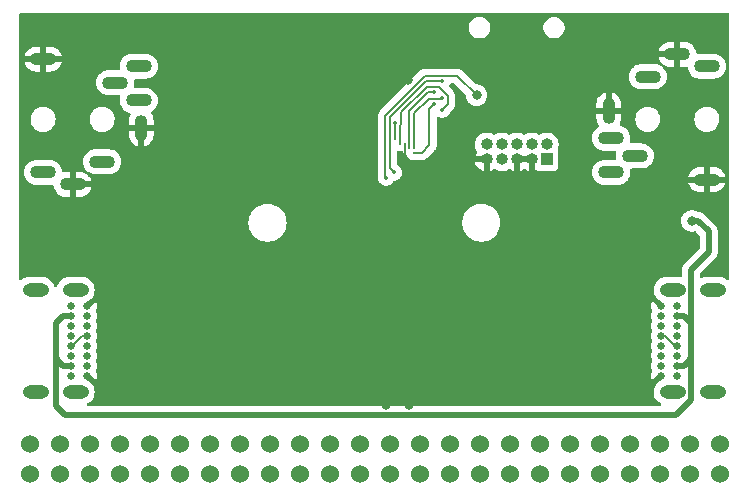
<source format=gbr>
%TF.GenerationSoftware,KiCad,Pcbnew,(6.0.6)*%
%TF.CreationDate,2022-09-05T11:07:09-07:00*%
%TF.ProjectId,Nour-Core,4e6f7572-2d43-46f7-9265-2e6b69636164,rev?*%
%TF.SameCoordinates,Original*%
%TF.FileFunction,Copper,L4,Bot*%
%TF.FilePolarity,Positive*%
%FSLAX46Y46*%
G04 Gerber Fmt 4.6, Leading zero omitted, Abs format (unit mm)*
G04 Created by KiCad (PCBNEW (6.0.6)) date 2022-09-05 11:07:09*
%MOMM*%
%LPD*%
G01*
G04 APERTURE LIST*
%TA.AperFunction,ComponentPad*%
%ADD10C,0.650000*%
%TD*%
%TA.AperFunction,ComponentPad*%
%ADD11O,2.216000X1.108000*%
%TD*%
%TA.AperFunction,ComponentPad*%
%ADD12C,1.524000*%
%TD*%
%TA.AperFunction,ComponentPad*%
%ADD13O,1.100000X2.200000*%
%TD*%
%TA.AperFunction,ComponentPad*%
%ADD14O,2.200000X1.100000*%
%TD*%
%TA.AperFunction,ComponentPad*%
%ADD15R,1.000000X1.000000*%
%TD*%
%TA.AperFunction,ComponentPad*%
%ADD16O,1.000000X1.000000*%
%TD*%
%TA.AperFunction,ViaPad*%
%ADD17C,0.800000*%
%TD*%
%TA.AperFunction,ViaPad*%
%ADD18C,0.220000*%
%TD*%
%TA.AperFunction,ViaPad*%
%ADD19C,0.350000*%
%TD*%
%TA.AperFunction,Conductor*%
%ADD20C,0.200000*%
%TD*%
%TA.AperFunction,Conductor*%
%ADD21C,0.500000*%
%TD*%
G04 APERTURE END LIST*
D10*
%TO.P,J4,A1,GND*%
%TO.N,GND*%
X86275000Y-150275000D03*
%TO.P,J4,A4,VBUS*%
%TO.N,VBUS*%
X86275000Y-151125000D03*
%TO.P,J4,A5,CC1*%
%TO.N,Net-(J4-PadA5)*%
X86275000Y-151975000D03*
%TO.P,J4,A6,D+*%
%TO.N,/core/D+*%
X86275000Y-152825000D03*
%TO.P,J4,A7,D-*%
%TO.N,/core/D-*%
X86275000Y-153675000D03*
%TO.P,J4,A8,SBU1*%
%TO.N,unconnected-(J4-PadA8)*%
X86275000Y-154525000D03*
%TO.P,J4,A9,VBUS*%
%TO.N,VBUS*%
X86275000Y-155375000D03*
%TO.P,J4,A12,GND*%
%TO.N,GND*%
X86275000Y-156225000D03*
%TO.P,J4,B1,GND*%
X84925000Y-156225000D03*
%TO.P,J4,B4,VBUS*%
%TO.N,VBUS*%
X84925000Y-155375000D03*
%TO.P,J4,B5,CC2*%
%TO.N,Net-(J4-PadB5)*%
X84925000Y-154525000D03*
%TO.P,J4,B6,D+*%
%TO.N,/core/D+*%
X84925000Y-153675000D03*
%TO.P,J4,B7,D-*%
%TO.N,/core/D-*%
X84925000Y-152825000D03*
%TO.P,J4,B8,SBU2*%
%TO.N,unconnected-(J4-PadB8)*%
X84925000Y-151975000D03*
%TO.P,J4,B9,VBUS*%
%TO.N,VBUS*%
X84925000Y-151125000D03*
%TO.P,J4,B12,GND*%
%TO.N,GND*%
X84925000Y-150275000D03*
D11*
%TO.P,J4,P1*%
%TO.N,N/C*%
X85295000Y-148925000D03*
%TO.P,J4,P2*%
X85295000Y-157575000D03*
%TO.P,J4,P3*%
X81915000Y-148925000D03*
%TO.P,J4,P4*%
X81915000Y-157575000D03*
%TD*%
D10*
%TO.P,J3,A1,GND*%
%TO.N,GND*%
X134875000Y-156225000D03*
%TO.P,J3,A4,VBUS*%
%TO.N,VBUS*%
X134875000Y-155375000D03*
%TO.P,J3,A5,CC1*%
%TO.N,Net-(J3-PadA5)*%
X134875000Y-154525000D03*
%TO.P,J3,A6,D+*%
%TO.N,/core/D+*%
X134875000Y-153675000D03*
%TO.P,J3,A7,D-*%
%TO.N,/core/D-*%
X134875000Y-152825000D03*
%TO.P,J3,A8,SBU1*%
%TO.N,unconnected-(J3-PadA8)*%
X134875000Y-151975000D03*
%TO.P,J3,A9,VBUS*%
%TO.N,VBUS*%
X134875000Y-151125000D03*
%TO.P,J3,A12,GND*%
%TO.N,GND*%
X134875000Y-150275000D03*
%TO.P,J3,B1,GND*%
X136225000Y-150275000D03*
%TO.P,J3,B4,VBUS*%
%TO.N,VBUS*%
X136225000Y-151125000D03*
%TO.P,J3,B5,CC2*%
%TO.N,Net-(J3-PadB5)*%
X136225000Y-151975000D03*
%TO.P,J3,B6,D+*%
%TO.N,/core/D+*%
X136225000Y-152825000D03*
%TO.P,J3,B7,D-*%
%TO.N,/core/D-*%
X136225000Y-153675000D03*
%TO.P,J3,B8,SBU2*%
%TO.N,unconnected-(J3-PadB8)*%
X136225000Y-154525000D03*
%TO.P,J3,B9,VBUS*%
%TO.N,VBUS*%
X136225000Y-155375000D03*
%TO.P,J3,B12,GND*%
%TO.N,GND*%
X136225000Y-156225000D03*
D11*
%TO.P,J3,P1*%
%TO.N,N/C*%
X135855000Y-157575000D03*
%TO.P,J3,P2*%
X135855000Y-148925000D03*
%TO.P,J3,P3*%
X139235000Y-157575000D03*
%TO.P,J3,P4*%
X139235000Y-148925000D03*
%TD*%
D12*
%TO.P,U4,1,KEY_COL2*%
%TO.N,/core/KEY.COL2*%
X81400000Y-162010000D03*
%TO.P,U4,2,KEY_COL4*%
%TO.N,/core/KEY.COL4*%
X83940000Y-162010000D03*
%TO.P,U4,3,KEY_ROW5*%
%TO.N,/core/KEY.ROW5*%
X86480000Y-162010000D03*
%TO.P,U4,4,KEY_ROW3*%
%TO.N,/core/KEY.ROW3*%
X89020000Y-162010000D03*
%TO.P,U4,5,KEY_ROW1*%
%TO.N,/core/KEY.ROW1*%
X91560000Y-162010000D03*
%TO.P,U4,6,LED_SW_RED1*%
%TO.N,/core/LED.SW_RED2*%
X94100000Y-162010000D03*
%TO.P,U4,7,LED_SW_GREEN2*%
%TO.N,/core/LED.SW_GREEN1*%
X96640000Y-162010000D03*
%TO.P,U4,8,LED_SW_BLUE2*%
%TO.N,/core/LED.SW_BLUE1*%
X99180000Y-162010000D03*
%TO.P,U4,9,LED_CS1*%
%TO.N,/core/LED.CS_COL1*%
X101720000Y-162010000D03*
%TO.P,U4,10,LED_CS3*%
%TO.N,/core/LED.CS_COL3*%
X104260000Y-162010000D03*
%TO.P,U4,11,LED_CS5*%
%TO.N,/core/LED.CS_COL5*%
X106800000Y-162010000D03*
%TO.P,U4,12,LED_CS7*%
%TO.N,/core/LED.CS_COL7*%
X109340000Y-162010000D03*
%TO.P,U4,13,LED_CS9*%
%TO.N,/core/LED.CS_COL9*%
X111880000Y-162010000D03*
%TO.P,U4,14,LED_CS11*%
%TO.N,/core/LED.CS_COL11*%
X114420000Y-162010000D03*
%TO.P,U4,15,LED_CS13*%
%TO.N,/core/LED.CS_COL13*%
X116960000Y-162010000D03*
%TO.P,U4,16,LED_CS15*%
%TO.N,/core/LED.CS_COL15*%
X119500000Y-162010000D03*
%TO.P,U4,17,LED_SW_BLUE3*%
%TO.N,/core/LED.SW_BLUE3*%
X122040000Y-162010000D03*
%TO.P,U4,18,LED_SW_GREEN3*%
%TO.N,/core/LED.SW_GREEN3*%
X124580000Y-162010000D03*
%TO.P,U4,19,LED_SW_RED4*%
%TO.N,/core/LED.SW_GREEN4*%
X127120000Y-162010000D03*
%TO.P,U4,20,KEY_ROW6*%
%TO.N,/core/KEY.ROW6*%
X129660000Y-162010000D03*
%TO.P,U4,21,KEY_ROW8*%
%TO.N,/core/KEY.ROW8*%
X132200000Y-162010000D03*
%TO.P,U4,22,KEY_ROW10*%
%TO.N,/core/KEY.ROW10*%
X134740000Y-162010000D03*
%TO.P,U4,23,KEY_COL7*%
%TO.N,/core/KEY.COL7*%
X137280000Y-162010000D03*
%TO.P,U4,24,KEY_COL9*%
%TO.N,/core/KEY.COL9*%
X139820000Y-162010000D03*
%TO.P,U4,25,KEY_COL10*%
%TO.N,/core/KEY.COL10*%
X139820000Y-164550000D03*
%TO.P,U4,26,KEY_COL8*%
%TO.N,/core/KEY.COL8*%
X137280000Y-164550000D03*
%TO.P,U4,27,KEY_COL6*%
%TO.N,/core/KEY.COL6*%
X134740000Y-164550000D03*
%TO.P,U4,28,KEY_ROW9*%
%TO.N,/core/KEY.ROW9*%
X132200000Y-164550000D03*
%TO.P,U4,29,KEY_ROW7*%
%TO.N,/core/KEY.ROW7*%
X129660000Y-164550000D03*
%TO.P,U4,30,LED_SW_BLUE4*%
%TO.N,/core/LED.SW_RED4*%
X127120000Y-164550000D03*
%TO.P,U4,31,LED_SW_GREEN4*%
%TO.N,/core/LED.SW_BLUE4*%
X124580000Y-164550000D03*
%TO.P,U4,32,LED_SW_RED3*%
%TO.N,/core/LED.SW_RED3*%
X122040000Y-164550000D03*
%TO.P,U4,33,LED_CS16*%
%TO.N,/core/LED.CS_COL16*%
X119500000Y-164550000D03*
%TO.P,U4,34,LED_CS14*%
%TO.N,/core/LED.CS_COL14*%
X116960000Y-164550000D03*
%TO.P,U4,35,LED_CS12*%
%TO.N,/core/LED.CS_COL12*%
X114420000Y-164550000D03*
%TO.P,U4,36,LED_CS10*%
%TO.N,/core/LED.CS_COL10*%
X111880000Y-164550000D03*
%TO.P,U4,37,LED_CS8*%
%TO.N,/core/LED.CS_COL8*%
X109340000Y-164550000D03*
%TO.P,U4,38,LED_CS6*%
%TO.N,/core/LED.CS_COL6*%
X106800000Y-164550000D03*
%TO.P,U4,39,LED_CS4*%
%TO.N,/core/LED.CS_COL4*%
X104260000Y-164550000D03*
%TO.P,U4,40,LED_CS2*%
%TO.N,/core/LED.CS_COL2*%
X101720000Y-164550000D03*
%TO.P,U4,41,LED_SW_RED2*%
%TO.N,/core/LED.SW_RED1*%
X99180000Y-164550000D03*
%TO.P,U4,42,LED_SW_GREEN1*%
%TO.N,/core/LED.SW_GREEN2*%
X96640000Y-164550000D03*
%TO.P,U4,43,LED_SW_BLUE1*%
%TO.N,/core/LED.SW_BLUE2*%
X94100000Y-164550000D03*
%TO.P,U4,44,KEY_ROW2*%
%TO.N,/core/KEY.ROW2*%
X91560000Y-164550000D03*
%TO.P,U4,45,KEY_ROW4*%
%TO.N,/core/KEY.ROW4*%
X89020000Y-164550000D03*
%TO.P,U4,46,KEY_COL5*%
%TO.N,/core/KEY.COL5*%
X86480000Y-164550000D03*
%TO.P,U4,47,KEY_COL3*%
%TO.N,/core/KEY.COL3*%
X83940000Y-164550000D03*
%TO.P,U4,48,KEY_COL1*%
%TO.N,/core/KEY.COL1*%
X81400000Y-164550000D03*
%TD*%
D13*
%TO.P,J1,1*%
%TO.N,GND*%
X130450000Y-133800000D03*
D14*
%TO.P,J1,2*%
%TO.N,Net-(J1-Pad2)*%
X133750000Y-130900000D03*
%TO.P,J1,3*%
%TO.N,/core/USART.RX*%
X130650000Y-136100000D03*
%TO.P,J1,4*%
%TO.N,/core/USART.TX*%
X138750000Y-130000000D03*
%TO.P,J1,5*%
%TO.N,Net-(J1-Pad2)*%
X132650000Y-137600000D03*
%TO.P,J1,6*%
%TO.N,VCC*%
X130650000Y-139000000D03*
%TO.P,J1,SH1*%
%TO.N,GND*%
X138750000Y-139600000D03*
%TO.P,J1,SH2*%
X136250000Y-129000000D03*
%TD*%
D15*
%TO.P,J2,1,VTref*%
%TO.N,VCC*%
X125175000Y-137895000D03*
D16*
%TO.P,J2,2,SWDIO/TMS*%
%TO.N,/core/SWDIO*%
X125175000Y-136625000D03*
%TO.P,J2,3,GND*%
%TO.N,GND*%
X123905000Y-137895000D03*
%TO.P,J2,4,SWDCLK/TCK*%
%TO.N,/core/SWCLK*%
X123905000Y-136625000D03*
%TO.P,J2,5,GND*%
%TO.N,GND*%
X122635000Y-137895000D03*
%TO.P,J2,6,SWO/TDO*%
%TO.N,unconnected-(J2-Pad6)*%
X122635000Y-136625000D03*
%TO.P,J2,7,KEY*%
%TO.N,unconnected-(J2-Pad7)*%
X121365000Y-137895000D03*
%TO.P,J2,8,NC/TDI*%
%TO.N,unconnected-(J2-Pad8)*%
X121365000Y-136625000D03*
%TO.P,J2,9,GNDDetect*%
%TO.N,GND*%
X120095000Y-137895000D03*
%TO.P,J2,10,~{RESET}*%
%TO.N,/core/~{RST}*%
X120095000Y-136625000D03*
%TD*%
D13*
%TO.P,J5,1*%
%TO.N,GND*%
X90850000Y-135200000D03*
D14*
%TO.P,J5,2*%
%TO.N,Net-(J5-Pad2)*%
X87550000Y-138100000D03*
%TO.P,J5,3*%
%TO.N,/core/USART.TX*%
X90650000Y-132900000D03*
%TO.P,J5,4*%
%TO.N,/core/USART.RX*%
X82550000Y-139000000D03*
%TO.P,J5,5*%
%TO.N,Net-(J5-Pad2)*%
X88650000Y-131400000D03*
%TO.P,J5,6*%
%TO.N,VCC*%
X90650000Y-130000000D03*
%TO.P,J5,SH1*%
%TO.N,GND*%
X82550000Y-129400000D03*
%TO.P,J5,SH2*%
X85050000Y-140000000D03*
%TD*%
D17*
%TO.N,GND*%
X118200000Y-155200000D03*
X131474878Y-144950000D03*
X114150000Y-145250000D03*
X107700000Y-134050000D03*
X102500000Y-131850000D03*
X116400000Y-146750000D03*
X112600000Y-142000000D03*
X113450000Y-131200000D03*
X118200000Y-150850000D03*
X98800000Y-129650000D03*
X111550000Y-158700000D03*
X97950000Y-134250000D03*
X137474878Y-145000000D03*
X107700000Y-136050000D03*
X126012500Y-155575000D03*
X110600000Y-142000000D03*
X113150000Y-150250000D03*
X109650000Y-146750000D03*
X97950000Y-137000000D03*
X118200000Y-153150000D03*
X108600000Y-142000000D03*
X125650000Y-130500000D03*
X113550000Y-158700000D03*
X97950000Y-139000000D03*
X105200000Y-151900000D03*
X126012500Y-150425000D03*
X114600000Y-142000000D03*
D18*
X113150000Y-136550000D03*
D17*
X111450000Y-131237500D03*
%TO.N,VBUS*%
X137474878Y-143100000D03*
D18*
%TO.N,/core/~{RST}*%
X112750000Y-136550000D03*
D19*
X116350000Y-133700000D03*
D18*
%TO.N,/core/USART.RX*%
X113550000Y-136950000D03*
D19*
X115650000Y-132200000D03*
%TO.N,/core/USART.TX*%
X112250000Y-139000000D03*
X116350000Y-131300000D03*
D18*
%TO.N,/core/SWDIO*%
X113950000Y-136950000D03*
D19*
X116350000Y-132700000D03*
D18*
%TO.N,/core/SWCLK*%
X113950000Y-137350000D03*
D19*
X115650000Y-133200000D03*
%TO.N,/core/VREF+*%
X112350000Y-134800000D03*
D18*
X112350000Y-136150000D03*
D17*
%TO.N,/core/BOOT0*%
X119250000Y-132462500D03*
D19*
X111600000Y-139450000D03*
%TD*%
D20*
%TO.N,GND*%
X113150000Y-136550000D02*
X113150000Y-141450000D01*
X113150000Y-141450000D02*
X112600000Y-142000000D01*
D21*
%TO.N,VBUS*%
X136775000Y-151125000D02*
X137400000Y-151750000D01*
X137400000Y-152500000D02*
X137400000Y-147250000D01*
X138900000Y-145750000D02*
X138900000Y-144000000D01*
X84430000Y-159530000D02*
X136120000Y-159530000D01*
X137474878Y-143100000D02*
X138000000Y-143100000D01*
X83650000Y-158750000D02*
X84430000Y-159530000D01*
X137400000Y-151750000D02*
X137400000Y-152500000D01*
X83650000Y-151750000D02*
X84275000Y-151125000D01*
X83650000Y-154500000D02*
X83650000Y-152000000D01*
X137400000Y-147250000D02*
X138900000Y-145750000D01*
X136120000Y-159530000D02*
X137400000Y-158250000D01*
X83650000Y-152000000D02*
X83650000Y-151750000D01*
X84925000Y-155375000D02*
X84275000Y-155375000D01*
X84275000Y-155375000D02*
X83650000Y-154750000D01*
X137400000Y-154750000D02*
X136775000Y-155375000D01*
X83650000Y-154750000D02*
X83650000Y-154500000D01*
X138000000Y-143100000D02*
X138900000Y-144000000D01*
X136225000Y-151125000D02*
X136775000Y-151125000D01*
X84275000Y-151125000D02*
X84925000Y-151125000D01*
X137400000Y-158250000D02*
X137400000Y-154750000D01*
X83650000Y-154500000D02*
X83650000Y-158750000D01*
X137400000Y-152500000D02*
X137400000Y-154750000D01*
X136775000Y-155375000D02*
X136225000Y-155375000D01*
D20*
%TO.N,/core/~{RST}*%
X116038468Y-131745000D02*
X116805000Y-132511532D01*
X116805000Y-133245000D02*
X116350000Y-133700000D01*
X116805000Y-132511532D02*
X116805000Y-133245000D01*
X115028652Y-131745000D02*
X116038468Y-131745000D01*
X112861826Y-134931642D02*
X112861826Y-133911826D01*
X112750000Y-136550000D02*
X112750000Y-135043468D01*
X112861826Y-133911826D02*
X115028652Y-131745000D01*
X112750000Y-135043468D02*
X112861826Y-134931642D01*
%TO.N,/core/USART.RX*%
X113550000Y-136950000D02*
X113550000Y-133761054D01*
X115111054Y-132200000D02*
X115650000Y-132200000D01*
X113550000Y-133761054D02*
X115111054Y-132200000D01*
%TO.N,/core/USART.TX*%
X111895000Y-134341250D02*
X111895000Y-138645000D01*
X116350000Y-131300000D02*
X114936251Y-131300000D01*
X114936251Y-131300000D02*
X111895000Y-134341250D01*
X111895000Y-138645000D02*
X112250000Y-139000000D01*
%TO.N,/core/SWDIO*%
X116305000Y-132745000D02*
X116350000Y-132700000D01*
X113950000Y-136950000D02*
X113950000Y-134006532D01*
X115211532Y-132745000D02*
X116305000Y-132745000D01*
X113950000Y-134006532D02*
X115211532Y-132745000D01*
%TO.N,/core/SWCLK*%
X115650000Y-133200000D02*
X115250000Y-133600000D01*
X115250000Y-133600000D02*
X115250000Y-136700000D01*
X114600000Y-137350000D02*
X113950000Y-137350000D01*
X115250000Y-136700000D02*
X114600000Y-137350000D01*
%TO.N,/core/D+*%
X84925000Y-153675000D02*
X84975000Y-153675000D01*
X84975000Y-153675000D02*
X85825000Y-152825000D01*
X85825000Y-152825000D02*
X86275000Y-152825000D01*
%TO.N,/core/D-*%
X135225000Y-152825000D02*
X134875000Y-152825000D01*
X136075000Y-153675000D02*
X135225000Y-152825000D01*
X136225000Y-153675000D02*
X136075000Y-153675000D01*
%TO.N,/core/VREF+*%
X112350000Y-134800000D02*
X112350000Y-136150000D01*
%TO.N,/core/BOOT0*%
X114853848Y-130845000D02*
X111515000Y-134183849D01*
X111515000Y-139365000D02*
X111600000Y-139450000D01*
X111515000Y-134183849D02*
X111515000Y-139365000D01*
X117632500Y-130845000D02*
X114853848Y-130845000D01*
X119250000Y-132462500D02*
X117632500Y-130845000D01*
%TD*%
%TA.AperFunction,Conductor*%
%TO.N,GND*%
G36*
X140583621Y-125528502D02*
G01*
X140630114Y-125582158D01*
X140641500Y-125634500D01*
X140641500Y-147983071D01*
X140621498Y-148051192D01*
X140567842Y-148097685D01*
X140497568Y-148107789D01*
X140434511Y-148079593D01*
X140392182Y-148044075D01*
X140209589Y-147943693D01*
X140010975Y-147880690D01*
X140004858Y-147880004D01*
X140004854Y-147880003D01*
X139928623Y-147871452D01*
X139848812Y-147862500D01*
X138628568Y-147862500D01*
X138473627Y-147877692D01*
X138467724Y-147879474D01*
X138467725Y-147879474D01*
X138320918Y-147923798D01*
X138249924Y-147924339D01*
X138189907Y-147886412D01*
X138159923Y-147822057D01*
X138158500Y-147803176D01*
X138158500Y-147616371D01*
X138178502Y-147548250D01*
X138195405Y-147527276D01*
X139388911Y-146333770D01*
X139403323Y-146321384D01*
X139414918Y-146312851D01*
X139414923Y-146312846D01*
X139420818Y-146308508D01*
X139425557Y-146302930D01*
X139425560Y-146302927D01*
X139455035Y-146268232D01*
X139461965Y-146260716D01*
X139467660Y-146255021D01*
X139485281Y-146232749D01*
X139488072Y-146229345D01*
X139530591Y-146179297D01*
X139530592Y-146179295D01*
X139535333Y-146173715D01*
X139538661Y-146167199D01*
X139542028Y-146162150D01*
X139545195Y-146157021D01*
X139549734Y-146151284D01*
X139580655Y-146085125D01*
X139582561Y-146081225D01*
X139615769Y-146016192D01*
X139617508Y-146009084D01*
X139619607Y-146003441D01*
X139621524Y-145997678D01*
X139624622Y-145991050D01*
X139639487Y-145919583D01*
X139640457Y-145915299D01*
X139656473Y-145849845D01*
X139657808Y-145844390D01*
X139658500Y-145833236D01*
X139658536Y-145833238D01*
X139658775Y-145829245D01*
X139659149Y-145825053D01*
X139660640Y-145817885D01*
X139658546Y-145740479D01*
X139658500Y-145737072D01*
X139658500Y-144067069D01*
X139659933Y-144048118D01*
X139662099Y-144033883D01*
X139662099Y-144033881D01*
X139663199Y-144026651D01*
X139661873Y-144010342D01*
X139658915Y-143973982D01*
X139658500Y-143963767D01*
X139658500Y-143955707D01*
X139655211Y-143927493D01*
X139654778Y-143923118D01*
X139649454Y-143857661D01*
X139649453Y-143857658D01*
X139648860Y-143850363D01*
X139646604Y-143843399D01*
X139645413Y-143837440D01*
X139644029Y-143831585D01*
X139643182Y-143824319D01*
X139618265Y-143755673D01*
X139616848Y-143751545D01*
X139596607Y-143689064D01*
X139596606Y-143689062D01*
X139594351Y-143682101D01*
X139590555Y-143675846D01*
X139588049Y-143670372D01*
X139585330Y-143664942D01*
X139582833Y-143658063D01*
X139542809Y-143597016D01*
X139540472Y-143593312D01*
X139505509Y-143535693D01*
X139505505Y-143535688D01*
X139502595Y-143530892D01*
X139495197Y-143522516D01*
X139495223Y-143522493D01*
X139492574Y-143519503D01*
X139489866Y-143516264D01*
X139485856Y-143510148D01*
X139480549Y-143505121D01*
X139480546Y-143505117D01*
X139429617Y-143456872D01*
X139427175Y-143454494D01*
X138583770Y-142611089D01*
X138571384Y-142596677D01*
X138562851Y-142585082D01*
X138562846Y-142585077D01*
X138558508Y-142579182D01*
X138552930Y-142574443D01*
X138552927Y-142574440D01*
X138518232Y-142544965D01*
X138510716Y-142538035D01*
X138505021Y-142532340D01*
X138498880Y-142527482D01*
X138482749Y-142514719D01*
X138479345Y-142511928D01*
X138429297Y-142469409D01*
X138429295Y-142469408D01*
X138423715Y-142464667D01*
X138417199Y-142461339D01*
X138412150Y-142457972D01*
X138407021Y-142454805D01*
X138401284Y-142450266D01*
X138335125Y-142419345D01*
X138331225Y-142417439D01*
X138330857Y-142417251D01*
X138266192Y-142384231D01*
X138259084Y-142382492D01*
X138253441Y-142380393D01*
X138247678Y-142378476D01*
X138241050Y-142375378D01*
X138169583Y-142360513D01*
X138165299Y-142359543D01*
X138094390Y-142342192D01*
X138088788Y-142341844D01*
X138088785Y-142341844D01*
X138083236Y-142341500D01*
X138083238Y-142341464D01*
X138079245Y-142341225D01*
X138075053Y-142340851D01*
X138067885Y-142339360D01*
X138054767Y-142339715D01*
X138019780Y-142340661D01*
X137951144Y-142322508D01*
X137942317Y-142316646D01*
X137936973Y-142312764D01*
X137936974Y-142312764D01*
X137931630Y-142308882D01*
X137925602Y-142306198D01*
X137925600Y-142306197D01*
X137763197Y-142233891D01*
X137763196Y-142233891D01*
X137757166Y-142231206D01*
X137663766Y-142211353D01*
X137576822Y-142192872D01*
X137576817Y-142192872D01*
X137570365Y-142191500D01*
X137379391Y-142191500D01*
X137372939Y-142192872D01*
X137372934Y-142192872D01*
X137285990Y-142211353D01*
X137192590Y-142231206D01*
X137186560Y-142233891D01*
X137186559Y-142233891D01*
X137024156Y-142306197D01*
X137024154Y-142306198D01*
X137018126Y-142308882D01*
X136863625Y-142421134D01*
X136859204Y-142426044D01*
X136859203Y-142426045D01*
X136755107Y-142541656D01*
X136735838Y-142563056D01*
X136640351Y-142728444D01*
X136581336Y-142910072D01*
X136561374Y-143100000D01*
X136562064Y-143106565D01*
X136577658Y-143254930D01*
X136581336Y-143289928D01*
X136640351Y-143471556D01*
X136643654Y-143477278D01*
X136643655Y-143477279D01*
X136659727Y-143505117D01*
X136735838Y-143636944D01*
X136740256Y-143641851D01*
X136740257Y-143641852D01*
X136836365Y-143748591D01*
X136863625Y-143778866D01*
X137018126Y-143891118D01*
X137024154Y-143893802D01*
X137024156Y-143893803D01*
X137155011Y-143952063D01*
X137192590Y-143968794D01*
X137252800Y-143981592D01*
X137372934Y-144007128D01*
X137372939Y-144007128D01*
X137379391Y-144008500D01*
X137570365Y-144008500D01*
X137576817Y-144007128D01*
X137576822Y-144007128D01*
X137659221Y-143989613D01*
X137722370Y-143976190D01*
X137793160Y-143981592D01*
X137837661Y-144010342D01*
X138104595Y-144277276D01*
X138138621Y-144339588D01*
X138141500Y-144366371D01*
X138141500Y-145383629D01*
X138121498Y-145451750D01*
X138104595Y-145472724D01*
X136911089Y-146666230D01*
X136896677Y-146678616D01*
X136885082Y-146687149D01*
X136885077Y-146687154D01*
X136879182Y-146691492D01*
X136874443Y-146697070D01*
X136874440Y-146697073D01*
X136844965Y-146731768D01*
X136838035Y-146739284D01*
X136832340Y-146744979D01*
X136830060Y-146747861D01*
X136814719Y-146767251D01*
X136811928Y-146770655D01*
X136769409Y-146820703D01*
X136764667Y-146826285D01*
X136761339Y-146832801D01*
X136757972Y-146837850D01*
X136754805Y-146842979D01*
X136750266Y-146848716D01*
X136719345Y-146914875D01*
X136717442Y-146918769D01*
X136684231Y-146983808D01*
X136682492Y-146990916D01*
X136680393Y-146996559D01*
X136678476Y-147002322D01*
X136675378Y-147008950D01*
X136673888Y-147016112D01*
X136673888Y-147016113D01*
X136660514Y-147080412D01*
X136659544Y-147084696D01*
X136642192Y-147155610D01*
X136641500Y-147166764D01*
X136641464Y-147166762D01*
X136641225Y-147170755D01*
X136640851Y-147174947D01*
X136639360Y-147182115D01*
X136639558Y-147189432D01*
X136641454Y-147259521D01*
X136641500Y-147262928D01*
X136641500Y-147740947D01*
X136621498Y-147809068D01*
X136567842Y-147855561D01*
X136501455Y-147866162D01*
X136468812Y-147862500D01*
X135248568Y-147862500D01*
X135093627Y-147877692D01*
X134894154Y-147937917D01*
X134710176Y-148035739D01*
X134705402Y-148039633D01*
X134705400Y-148039634D01*
X134691229Y-148051192D01*
X134548704Y-148167433D01*
X134415885Y-148327983D01*
X134316781Y-148511272D01*
X134255165Y-148710321D01*
X134233385Y-148917547D01*
X134252270Y-149125056D01*
X134254011Y-149130970D01*
X134254011Y-149130972D01*
X134262793Y-149160810D01*
X134311101Y-149324945D01*
X134407636Y-149509601D01*
X134538200Y-149671989D01*
X134697818Y-149805925D01*
X134831622Y-149879485D01*
X134860011Y-149900801D01*
X135035615Y-150076405D01*
X135069641Y-150138717D01*
X135064576Y-150209532D01*
X135022029Y-150266368D01*
X134955509Y-150291179D01*
X134946520Y-150291500D01*
X134787396Y-150291500D01*
X134780943Y-150292872D01*
X134780939Y-150292872D01*
X134711196Y-150307697D01*
X134643924Y-150321996D01*
X134573135Y-150316594D01*
X134528634Y-150287844D01*
X134146534Y-149905744D01*
X134134154Y-149898984D01*
X134127239Y-149904160D01*
X134113124Y-149928609D01*
X134107786Y-149940598D01*
X134057755Y-150094578D01*
X134055025Y-150107419D01*
X134038102Y-150268435D01*
X134038102Y-150281565D01*
X134055025Y-150442581D01*
X134057755Y-150455422D01*
X134107783Y-150609393D01*
X134113128Y-150621399D01*
X134121846Y-150636498D01*
X134138585Y-150705493D01*
X134121848Y-150762498D01*
X134109366Y-150784118D01*
X134055223Y-150950751D01*
X134036909Y-151125000D01*
X134037599Y-151131565D01*
X134052218Y-151270655D01*
X134055223Y-151299249D01*
X134109366Y-151465882D01*
X134112664Y-151471595D01*
X134112667Y-151471601D01*
X134121558Y-151487000D01*
X134138296Y-151555996D01*
X134121558Y-151613000D01*
X134112667Y-151628399D01*
X134112664Y-151628405D01*
X134109366Y-151634118D01*
X134107328Y-151640391D01*
X134107326Y-151640395D01*
X134091393Y-151689432D01*
X134055223Y-151800751D01*
X134054533Y-151807317D01*
X134054532Y-151807321D01*
X134037680Y-151967663D01*
X134036909Y-151975000D01*
X134055223Y-152149249D01*
X134109366Y-152315882D01*
X134112664Y-152321595D01*
X134112667Y-152321601D01*
X134121558Y-152337000D01*
X134138296Y-152405996D01*
X134121558Y-152463000D01*
X134112667Y-152478399D01*
X134112664Y-152478405D01*
X134109366Y-152484118D01*
X134055223Y-152650751D01*
X134036909Y-152825000D01*
X134055223Y-152999249D01*
X134109366Y-153165882D01*
X134112664Y-153171595D01*
X134112667Y-153171601D01*
X134121558Y-153187000D01*
X134138296Y-153255996D01*
X134121558Y-153313000D01*
X134112667Y-153328399D01*
X134112664Y-153328405D01*
X134109366Y-153334118D01*
X134055223Y-153500751D01*
X134036909Y-153675000D01*
X134055223Y-153849249D01*
X134109366Y-154015882D01*
X134112664Y-154021595D01*
X134112667Y-154021601D01*
X134121558Y-154037000D01*
X134138296Y-154105996D01*
X134121558Y-154163000D01*
X134112667Y-154178399D01*
X134112664Y-154178405D01*
X134109366Y-154184118D01*
X134055223Y-154350751D01*
X134036909Y-154525000D01*
X134037599Y-154531565D01*
X134053508Y-154682930D01*
X134055223Y-154699249D01*
X134068620Y-154740479D01*
X134100288Y-154837942D01*
X134109366Y-154865882D01*
X134112664Y-154871595D01*
X134112667Y-154871601D01*
X134121558Y-154887000D01*
X134138296Y-154955996D01*
X134121558Y-155013000D01*
X134112667Y-155028399D01*
X134112664Y-155028405D01*
X134109366Y-155034118D01*
X134055223Y-155200751D01*
X134036909Y-155375000D01*
X134055223Y-155549249D01*
X134109366Y-155715882D01*
X134121848Y-155737501D01*
X134138585Y-155806496D01*
X134121846Y-155863502D01*
X134113128Y-155878601D01*
X134107783Y-155890607D01*
X134057755Y-156044578D01*
X134055025Y-156057419D01*
X134038102Y-156218435D01*
X134038102Y-156231565D01*
X134055025Y-156392581D01*
X134057755Y-156405422D01*
X134107786Y-156559402D01*
X134113124Y-156571391D01*
X134124665Y-156591381D01*
X134134869Y-156601111D01*
X134142890Y-156597900D01*
X134528634Y-156212156D01*
X134590946Y-156178130D01*
X134643924Y-156178004D01*
X134711196Y-156192303D01*
X134780939Y-156207128D01*
X134780943Y-156207128D01*
X134787396Y-156208500D01*
X134946520Y-156208500D01*
X135014641Y-156228502D01*
X135061134Y-156282158D01*
X135071238Y-156352432D01*
X135041744Y-156417012D01*
X135035615Y-156423595D01*
X134858654Y-156600556D01*
X134828713Y-156622712D01*
X134710176Y-156685739D01*
X134705402Y-156689633D01*
X134705400Y-156689634D01*
X134691229Y-156701192D01*
X134548704Y-156817433D01*
X134415885Y-156977983D01*
X134316781Y-157161272D01*
X134255165Y-157360321D01*
X134233385Y-157567547D01*
X134252270Y-157775056D01*
X134311101Y-157974945D01*
X134407636Y-158159601D01*
X134538200Y-158321989D01*
X134697818Y-158455925D01*
X134703221Y-158458895D01*
X134703222Y-158458896D01*
X134841810Y-158535086D01*
X134891869Y-158585431D01*
X134906762Y-158654848D01*
X134881761Y-158721297D01*
X134824804Y-158763681D01*
X134781109Y-158771500D01*
X86367349Y-158771500D01*
X86299228Y-158751498D01*
X86252735Y-158697842D01*
X86242631Y-158627568D01*
X86272125Y-158562988D01*
X86308196Y-158534248D01*
X86310909Y-158532806D01*
X86439824Y-158464261D01*
X86454901Y-158451965D01*
X86515777Y-158402315D01*
X86601296Y-158332567D01*
X86734115Y-158172017D01*
X86833219Y-157988728D01*
X86894835Y-157789679D01*
X86916615Y-157582453D01*
X86897730Y-157374944D01*
X86838899Y-157175055D01*
X86742364Y-156990399D01*
X86611800Y-156828011D01*
X86452182Y-156694075D01*
X86318378Y-156620515D01*
X86289989Y-156599199D01*
X86114385Y-156423595D01*
X86080359Y-156361283D01*
X86085424Y-156290468D01*
X86127971Y-156233632D01*
X86194491Y-156208821D01*
X86203480Y-156208500D01*
X86362604Y-156208500D01*
X86369057Y-156207128D01*
X86369061Y-156207128D01*
X86438804Y-156192303D01*
X86506076Y-156178004D01*
X86576865Y-156183406D01*
X86621366Y-156212156D01*
X87003466Y-156594256D01*
X87015846Y-156601016D01*
X87022761Y-156595840D01*
X87036876Y-156571391D01*
X87042214Y-156559402D01*
X87092245Y-156405422D01*
X87094975Y-156392581D01*
X87111898Y-156231565D01*
X87111898Y-156218435D01*
X87094975Y-156057419D01*
X87092245Y-156044578D01*
X87042217Y-155890607D01*
X87036872Y-155878601D01*
X87028154Y-155863502D01*
X87011415Y-155794507D01*
X87028152Y-155737501D01*
X87040634Y-155715882D01*
X87094777Y-155549249D01*
X87113091Y-155375000D01*
X87094777Y-155200751D01*
X87040634Y-155034118D01*
X87037336Y-155028405D01*
X87037333Y-155028399D01*
X87028442Y-155013000D01*
X87011704Y-154944004D01*
X87028442Y-154887000D01*
X87037333Y-154871601D01*
X87037336Y-154871595D01*
X87040634Y-154865882D01*
X87049713Y-154837942D01*
X87081380Y-154740479D01*
X87094777Y-154699249D01*
X87096493Y-154682930D01*
X87112401Y-154531565D01*
X87113091Y-154525000D01*
X87094777Y-154350751D01*
X87040634Y-154184118D01*
X87037336Y-154178405D01*
X87037333Y-154178399D01*
X87028442Y-154163000D01*
X87011704Y-154094004D01*
X87028442Y-154037000D01*
X87037333Y-154021601D01*
X87037336Y-154021595D01*
X87040634Y-154015882D01*
X87094777Y-153849249D01*
X87113091Y-153675000D01*
X87094777Y-153500751D01*
X87040634Y-153334118D01*
X87037336Y-153328405D01*
X87037333Y-153328399D01*
X87028442Y-153313000D01*
X87011704Y-153244004D01*
X87028442Y-153187000D01*
X87037333Y-153171601D01*
X87037336Y-153171595D01*
X87040634Y-153165882D01*
X87094777Y-152999249D01*
X87113091Y-152825000D01*
X87094777Y-152650751D01*
X87040634Y-152484118D01*
X87037336Y-152478405D01*
X87037333Y-152478399D01*
X87028442Y-152463000D01*
X87011704Y-152394004D01*
X87028442Y-152337000D01*
X87037333Y-152321601D01*
X87037336Y-152321595D01*
X87040634Y-152315882D01*
X87094777Y-152149249D01*
X87113091Y-151975000D01*
X87112320Y-151967663D01*
X87095468Y-151807321D01*
X87095467Y-151807317D01*
X87094777Y-151800751D01*
X87058607Y-151689432D01*
X87042674Y-151640395D01*
X87042672Y-151640391D01*
X87040634Y-151634118D01*
X87037336Y-151628405D01*
X87037333Y-151628399D01*
X87028442Y-151613000D01*
X87011704Y-151544004D01*
X87028442Y-151487000D01*
X87037333Y-151471601D01*
X87037336Y-151471595D01*
X87040634Y-151465882D01*
X87094777Y-151299249D01*
X87097783Y-151270655D01*
X87112401Y-151131565D01*
X87113091Y-151125000D01*
X87094777Y-150950751D01*
X87040634Y-150784118D01*
X87028152Y-150762498D01*
X87011415Y-150693504D01*
X87028154Y-150636498D01*
X87036872Y-150621399D01*
X87042217Y-150609393D01*
X87092245Y-150455422D01*
X87094975Y-150442581D01*
X87111898Y-150281565D01*
X87111898Y-150268435D01*
X87094975Y-150107419D01*
X87092245Y-150094578D01*
X87042214Y-149940598D01*
X87036876Y-149928609D01*
X87025335Y-149908619D01*
X87015131Y-149898889D01*
X87007110Y-149902100D01*
X86621366Y-150287844D01*
X86559054Y-150321870D01*
X86506076Y-150321996D01*
X86438804Y-150307697D01*
X86369061Y-150292872D01*
X86369057Y-150292872D01*
X86362604Y-150291500D01*
X86203480Y-150291500D01*
X86135359Y-150271498D01*
X86088866Y-150217842D01*
X86078762Y-150147568D01*
X86108256Y-150082988D01*
X86114385Y-150076405D01*
X86291346Y-149899444D01*
X86321288Y-149877287D01*
X86372080Y-149850281D01*
X86439824Y-149814261D01*
X86446409Y-149808891D01*
X86515777Y-149752315D01*
X86601296Y-149682567D01*
X86734115Y-149522017D01*
X86833219Y-149338728D01*
X86894835Y-149139679D01*
X86916615Y-148932453D01*
X86897730Y-148724944D01*
X86890483Y-148700319D01*
X86840641Y-148530974D01*
X86838899Y-148525055D01*
X86742364Y-148340399D01*
X86611800Y-148178011D01*
X86452182Y-148044075D01*
X86269589Y-147943693D01*
X86070975Y-147880690D01*
X86064858Y-147880004D01*
X86064854Y-147880003D01*
X85988623Y-147871452D01*
X85908812Y-147862500D01*
X84688568Y-147862500D01*
X84533627Y-147877692D01*
X84334154Y-147937917D01*
X84150176Y-148035739D01*
X84145402Y-148039633D01*
X84145400Y-148039634D01*
X84131229Y-148051192D01*
X83988704Y-148167433D01*
X83855885Y-148327983D01*
X83756781Y-148511272D01*
X83750682Y-148530974D01*
X83725411Y-148612612D01*
X83686160Y-148671772D01*
X83621155Y-148700319D01*
X83551036Y-148689190D01*
X83498065Y-148641919D01*
X83484173Y-148610928D01*
X83460641Y-148530974D01*
X83458899Y-148525055D01*
X83362364Y-148340399D01*
X83231800Y-148178011D01*
X83072182Y-148044075D01*
X82889589Y-147943693D01*
X82690975Y-147880690D01*
X82684858Y-147880004D01*
X82684854Y-147880003D01*
X82608623Y-147871452D01*
X82528812Y-147862500D01*
X81308568Y-147862500D01*
X81153627Y-147877692D01*
X80954154Y-147937917D01*
X80770176Y-148035739D01*
X80755100Y-148048035D01*
X80714136Y-148081444D01*
X80648704Y-148108998D01*
X80578763Y-148096802D01*
X80526517Y-148048730D01*
X80508500Y-147983801D01*
X80508500Y-143250000D01*
X99936526Y-143250000D01*
X99956391Y-143502403D01*
X99957545Y-143507210D01*
X99957546Y-143507216D01*
X99964383Y-143535693D01*
X100015495Y-143748591D01*
X100017388Y-143753162D01*
X100017389Y-143753164D01*
X100106742Y-143968880D01*
X100112384Y-143982502D01*
X100244672Y-144198376D01*
X100409102Y-144390898D01*
X100601624Y-144555328D01*
X100817498Y-144687616D01*
X100822068Y-144689509D01*
X100822072Y-144689511D01*
X101046836Y-144782611D01*
X101051409Y-144784505D01*
X101136032Y-144804821D01*
X101292784Y-144842454D01*
X101292790Y-144842455D01*
X101297597Y-144843609D01*
X101397416Y-144851465D01*
X101484345Y-144858307D01*
X101484352Y-144858307D01*
X101486801Y-144858500D01*
X101613199Y-144858500D01*
X101615648Y-144858307D01*
X101615655Y-144858307D01*
X101702584Y-144851465D01*
X101802403Y-144843609D01*
X101807210Y-144842455D01*
X101807216Y-144842454D01*
X101963968Y-144804821D01*
X102048591Y-144784505D01*
X102053164Y-144782611D01*
X102277928Y-144689511D01*
X102277932Y-144689509D01*
X102282502Y-144687616D01*
X102498376Y-144555328D01*
X102690898Y-144390898D01*
X102855328Y-144198376D01*
X102987616Y-143982502D01*
X102993259Y-143968880D01*
X103082611Y-143753164D01*
X103082612Y-143753162D01*
X103084505Y-143748591D01*
X103135617Y-143535693D01*
X103142454Y-143507216D01*
X103142455Y-143507210D01*
X103143609Y-143502403D01*
X103163474Y-143250000D01*
X118036526Y-143250000D01*
X118056391Y-143502403D01*
X118057545Y-143507210D01*
X118057546Y-143507216D01*
X118064383Y-143535693D01*
X118115495Y-143748591D01*
X118117388Y-143753162D01*
X118117389Y-143753164D01*
X118206742Y-143968880D01*
X118212384Y-143982502D01*
X118344672Y-144198376D01*
X118509102Y-144390898D01*
X118701624Y-144555328D01*
X118917498Y-144687616D01*
X118922068Y-144689509D01*
X118922072Y-144689511D01*
X119146836Y-144782611D01*
X119151409Y-144784505D01*
X119236032Y-144804821D01*
X119392784Y-144842454D01*
X119392790Y-144842455D01*
X119397597Y-144843609D01*
X119497416Y-144851465D01*
X119584345Y-144858307D01*
X119584352Y-144858307D01*
X119586801Y-144858500D01*
X119713199Y-144858500D01*
X119715648Y-144858307D01*
X119715655Y-144858307D01*
X119802584Y-144851465D01*
X119902403Y-144843609D01*
X119907210Y-144842455D01*
X119907216Y-144842454D01*
X120063968Y-144804821D01*
X120148591Y-144784505D01*
X120153164Y-144782611D01*
X120377928Y-144689511D01*
X120377932Y-144689509D01*
X120382502Y-144687616D01*
X120598376Y-144555328D01*
X120790898Y-144390898D01*
X120955328Y-144198376D01*
X121087616Y-143982502D01*
X121093259Y-143968880D01*
X121182611Y-143753164D01*
X121182612Y-143753162D01*
X121184505Y-143748591D01*
X121235617Y-143535693D01*
X121242454Y-143507216D01*
X121242455Y-143507210D01*
X121243609Y-143502403D01*
X121263474Y-143250000D01*
X121243609Y-142997597D01*
X121222597Y-142910072D01*
X121185660Y-142756221D01*
X121184505Y-142751409D01*
X121120413Y-142596677D01*
X121089511Y-142522072D01*
X121089509Y-142522068D01*
X121087616Y-142517498D01*
X120955328Y-142301624D01*
X120790898Y-142109102D01*
X120598376Y-141944672D01*
X120382502Y-141812384D01*
X120377932Y-141810491D01*
X120377928Y-141810489D01*
X120153164Y-141717389D01*
X120153162Y-141717388D01*
X120148591Y-141715495D01*
X120063968Y-141695179D01*
X119907216Y-141657546D01*
X119907210Y-141657545D01*
X119902403Y-141656391D01*
X119802584Y-141648535D01*
X119715655Y-141641693D01*
X119715648Y-141641693D01*
X119713199Y-141641500D01*
X119586801Y-141641500D01*
X119584352Y-141641693D01*
X119584345Y-141641693D01*
X119497416Y-141648535D01*
X119397597Y-141656391D01*
X119392790Y-141657545D01*
X119392784Y-141657546D01*
X119236032Y-141695179D01*
X119151409Y-141715495D01*
X119146838Y-141717388D01*
X119146836Y-141717389D01*
X118922072Y-141810489D01*
X118922068Y-141810491D01*
X118917498Y-141812384D01*
X118701624Y-141944672D01*
X118509102Y-142109102D01*
X118344672Y-142301624D01*
X118212384Y-142517498D01*
X118210491Y-142522068D01*
X118210489Y-142522072D01*
X118179587Y-142596677D01*
X118115495Y-142751409D01*
X118114340Y-142756221D01*
X118077404Y-142910072D01*
X118056391Y-142997597D01*
X118036526Y-143250000D01*
X103163474Y-143250000D01*
X103143609Y-142997597D01*
X103122597Y-142910072D01*
X103085660Y-142756221D01*
X103084505Y-142751409D01*
X103020413Y-142596677D01*
X102989511Y-142522072D01*
X102989509Y-142522068D01*
X102987616Y-142517498D01*
X102855328Y-142301624D01*
X102690898Y-142109102D01*
X102498376Y-141944672D01*
X102282502Y-141812384D01*
X102277932Y-141810491D01*
X102277928Y-141810489D01*
X102053164Y-141717389D01*
X102053162Y-141717388D01*
X102048591Y-141715495D01*
X101963968Y-141695179D01*
X101807216Y-141657546D01*
X101807210Y-141657545D01*
X101802403Y-141656391D01*
X101702584Y-141648535D01*
X101615655Y-141641693D01*
X101615648Y-141641693D01*
X101613199Y-141641500D01*
X101486801Y-141641500D01*
X101484352Y-141641693D01*
X101484345Y-141641693D01*
X101397416Y-141648535D01*
X101297597Y-141656391D01*
X101292790Y-141657545D01*
X101292784Y-141657546D01*
X101136032Y-141695179D01*
X101051409Y-141715495D01*
X101046838Y-141717388D01*
X101046836Y-141717389D01*
X100822072Y-141810489D01*
X100822068Y-141810491D01*
X100817498Y-141812384D01*
X100601624Y-141944672D01*
X100409102Y-142109102D01*
X100244672Y-142301624D01*
X100112384Y-142517498D01*
X100110491Y-142522068D01*
X100110489Y-142522072D01*
X100079587Y-142596677D01*
X100015495Y-142751409D01*
X100014340Y-142756221D01*
X99977404Y-142910072D01*
X99956391Y-142997597D01*
X99936526Y-143250000D01*
X80508500Y-143250000D01*
X80508500Y-138992575D01*
X80936404Y-138992575D01*
X80938990Y-139020988D01*
X80953699Y-139182607D01*
X80955218Y-139199303D01*
X80956956Y-139205209D01*
X80956957Y-139205213D01*
X80994406Y-139332452D01*
X81013827Y-139398440D01*
X81109999Y-139582400D01*
X81240071Y-139744177D01*
X81244788Y-139748135D01*
X81244790Y-139748137D01*
X81292134Y-139787863D01*
X81399089Y-139877609D01*
X81404481Y-139880573D01*
X81404485Y-139880576D01*
X81477971Y-139920975D01*
X81580995Y-139977613D01*
X81778861Y-140040379D01*
X81784978Y-140041065D01*
X81784982Y-140041066D01*
X81861598Y-140049659D01*
X81940413Y-140058500D01*
X83152237Y-140058500D01*
X83155293Y-140058200D01*
X83155300Y-140058200D01*
X83300466Y-140043966D01*
X83300469Y-140043965D01*
X83302534Y-140043763D01*
X83302535Y-140043763D01*
X83306592Y-140043365D01*
X83306668Y-140044136D01*
X83372527Y-140050090D01*
X83428554Y-140093695D01*
X83451769Y-140155880D01*
X83455153Y-140193071D01*
X83457451Y-140205118D01*
X83512554Y-140392342D01*
X83517147Y-140403710D01*
X83607566Y-140576666D01*
X83614282Y-140586928D01*
X83736568Y-140739020D01*
X83745152Y-140747786D01*
X83894656Y-140873236D01*
X83904767Y-140880160D01*
X84075798Y-140974184D01*
X84087062Y-140979012D01*
X84273095Y-141038025D01*
X84285084Y-141040573D01*
X84436947Y-141057607D01*
X84443971Y-141058000D01*
X84777885Y-141058000D01*
X84793124Y-141053525D01*
X84794329Y-141052135D01*
X84796000Y-141044452D01*
X84796000Y-141039885D01*
X85304000Y-141039885D01*
X85308475Y-141055124D01*
X85309865Y-141056329D01*
X85317548Y-141058000D01*
X85649124Y-141058000D01*
X85655272Y-141057699D01*
X85800361Y-141043473D01*
X85812396Y-141041090D01*
X85999223Y-140984683D01*
X86010565Y-140980008D01*
X86182879Y-140888388D01*
X86193095Y-140881601D01*
X86344335Y-140758253D01*
X86353039Y-140749609D01*
X86477438Y-140599237D01*
X86484297Y-140589069D01*
X86577121Y-140417393D01*
X86581871Y-140406093D01*
X86623595Y-140271307D01*
X86623801Y-140257205D01*
X86617045Y-140254000D01*
X85322115Y-140254000D01*
X85306876Y-140258475D01*
X85305671Y-140259865D01*
X85304000Y-140267548D01*
X85304000Y-141039885D01*
X84796000Y-141039885D01*
X84796000Y-139727885D01*
X85304000Y-139727885D01*
X85308475Y-139743124D01*
X85309865Y-139744329D01*
X85317548Y-139746000D01*
X86610047Y-139746000D01*
X86623578Y-139742027D01*
X86624698Y-139734232D01*
X86587446Y-139607658D01*
X86582853Y-139596290D01*
X86492434Y-139423334D01*
X86485718Y-139413072D01*
X86447067Y-139365000D01*
X110901250Y-139365000D01*
X110902328Y-139373189D01*
X110906500Y-139404880D01*
X110906500Y-139404885D01*
X110911490Y-139442788D01*
X110911807Y-139445408D01*
X110914085Y-139466043D01*
X110929671Y-139607224D01*
X110986524Y-139762582D01*
X110990761Y-139768888D01*
X110990763Y-139768891D01*
X111003512Y-139787863D01*
X111078794Y-139899893D01*
X111201153Y-140011232D01*
X111207830Y-140014857D01*
X111207831Y-140014858D01*
X111243239Y-140034083D01*
X111346539Y-140090170D01*
X111506557Y-140132150D01*
X111592626Y-140133502D01*
X111664372Y-140134629D01*
X111664375Y-140134629D01*
X111671970Y-140134748D01*
X111833228Y-140097815D01*
X111981021Y-140023483D01*
X112038202Y-139974646D01*
X112101044Y-139920975D01*
X112101046Y-139920972D01*
X112106818Y-139916043D01*
X112203355Y-139781697D01*
X112210906Y-139762912D01*
X112254872Y-139707170D01*
X112314561Y-139684632D01*
X112321970Y-139684748D01*
X112483228Y-139647815D01*
X112631021Y-139573483D01*
X112661448Y-139547496D01*
X112751044Y-139470975D01*
X112751046Y-139470972D01*
X112756818Y-139466043D01*
X112853355Y-139331697D01*
X112915059Y-139178202D01*
X112938369Y-139014419D01*
X112938520Y-139000000D01*
X112937622Y-138992575D01*
X129036404Y-138992575D01*
X129038990Y-139020988D01*
X129053699Y-139182607D01*
X129055218Y-139199303D01*
X129056956Y-139205209D01*
X129056957Y-139205213D01*
X129094406Y-139332452D01*
X129113827Y-139398440D01*
X129209999Y-139582400D01*
X129340071Y-139744177D01*
X129344788Y-139748135D01*
X129344790Y-139748137D01*
X129392134Y-139787863D01*
X129499089Y-139877609D01*
X129504481Y-139880573D01*
X129504485Y-139880576D01*
X129577971Y-139920975D01*
X129680995Y-139977613D01*
X129878861Y-140040379D01*
X129884978Y-140041065D01*
X129884982Y-140041066D01*
X129961598Y-140049659D01*
X130040413Y-140058500D01*
X131252237Y-140058500D01*
X131255293Y-140058200D01*
X131255300Y-140058200D01*
X131400466Y-140043966D01*
X131400469Y-140043965D01*
X131406592Y-140043365D01*
X131538546Y-140003526D01*
X131599407Y-139985152D01*
X131599410Y-139985151D01*
X131605315Y-139983368D01*
X131612635Y-139979476D01*
X131783153Y-139888809D01*
X131783155Y-139888808D01*
X131788599Y-139885913D01*
X131813299Y-139865768D01*
X137175302Y-139865768D01*
X137212554Y-139992342D01*
X137217147Y-140003710D01*
X137307566Y-140176666D01*
X137314282Y-140186928D01*
X137436568Y-140339020D01*
X137445152Y-140347786D01*
X137594656Y-140473236D01*
X137604767Y-140480160D01*
X137775798Y-140574184D01*
X137787062Y-140579012D01*
X137973095Y-140638025D01*
X137985084Y-140640573D01*
X138136947Y-140657607D01*
X138143971Y-140658000D01*
X138477885Y-140658000D01*
X138493124Y-140653525D01*
X138494329Y-140652135D01*
X138496000Y-140644452D01*
X138496000Y-140639885D01*
X139004000Y-140639885D01*
X139008475Y-140655124D01*
X139009865Y-140656329D01*
X139017548Y-140658000D01*
X139349124Y-140658000D01*
X139355272Y-140657699D01*
X139500361Y-140643473D01*
X139512396Y-140641090D01*
X139699223Y-140584683D01*
X139710565Y-140580008D01*
X139882879Y-140488388D01*
X139893095Y-140481601D01*
X140044335Y-140358253D01*
X140053039Y-140349609D01*
X140177438Y-140199237D01*
X140184297Y-140189069D01*
X140277121Y-140017393D01*
X140281871Y-140006093D01*
X140323595Y-139871307D01*
X140323801Y-139857205D01*
X140317045Y-139854000D01*
X139022115Y-139854000D01*
X139006876Y-139858475D01*
X139005671Y-139859865D01*
X139004000Y-139867548D01*
X139004000Y-140639885D01*
X138496000Y-140639885D01*
X138496000Y-139872115D01*
X138491525Y-139856876D01*
X138490135Y-139855671D01*
X138482452Y-139854000D01*
X137189953Y-139854000D01*
X137176422Y-139857973D01*
X137175302Y-139865768D01*
X131813299Y-139865768D01*
X131848471Y-139837083D01*
X131944689Y-139758610D01*
X131944692Y-139758607D01*
X131949464Y-139754715D01*
X132008375Y-139683505D01*
X132077855Y-139599518D01*
X132081783Y-139594770D01*
X132085876Y-139587201D01*
X132177584Y-139417590D01*
X132177586Y-139417585D01*
X132180514Y-139412170D01*
X132201989Y-139342795D01*
X137176199Y-139342795D01*
X137182955Y-139346000D01*
X138477885Y-139346000D01*
X138493124Y-139341525D01*
X138494329Y-139340135D01*
X138496000Y-139332452D01*
X138496000Y-139327885D01*
X139004000Y-139327885D01*
X139008475Y-139343124D01*
X139009865Y-139344329D01*
X139017548Y-139346000D01*
X140310047Y-139346000D01*
X140323578Y-139342027D01*
X140324698Y-139334232D01*
X140287446Y-139207658D01*
X140282853Y-139196290D01*
X140192434Y-139023334D01*
X140185718Y-139013072D01*
X140063432Y-138860980D01*
X140054848Y-138852214D01*
X139905344Y-138726764D01*
X139895233Y-138719840D01*
X139724202Y-138625816D01*
X139712938Y-138620988D01*
X139526905Y-138561975D01*
X139514916Y-138559427D01*
X139363053Y-138542393D01*
X139356029Y-138542000D01*
X139022115Y-138542000D01*
X139006876Y-138546475D01*
X139005671Y-138547865D01*
X139004000Y-138555548D01*
X139004000Y-139327885D01*
X138496000Y-139327885D01*
X138496000Y-138560115D01*
X138491525Y-138544876D01*
X138490135Y-138543671D01*
X138482452Y-138542000D01*
X138150876Y-138542000D01*
X138144728Y-138542301D01*
X137999639Y-138556527D01*
X137987604Y-138558910D01*
X137800777Y-138615317D01*
X137789435Y-138619992D01*
X137617121Y-138711612D01*
X137606905Y-138718399D01*
X137455665Y-138841747D01*
X137446961Y-138850391D01*
X137322562Y-139000763D01*
X137315703Y-139010931D01*
X137222879Y-139182607D01*
X137218129Y-139193907D01*
X137176405Y-139328693D01*
X137176199Y-139342795D01*
X132201989Y-139342795D01*
X132241898Y-139213871D01*
X132243996Y-139193907D01*
X132262952Y-139013554D01*
X132262952Y-139013552D01*
X132263596Y-139007425D01*
X132244782Y-138800697D01*
X132246319Y-138800557D01*
X132252470Y-138737442D01*
X132296466Y-138681721D01*
X132369352Y-138658500D01*
X133252237Y-138658500D01*
X133255293Y-138658200D01*
X133255300Y-138658200D01*
X133400466Y-138643966D01*
X133400469Y-138643965D01*
X133406592Y-138643365D01*
X133571037Y-138593717D01*
X133599407Y-138585152D01*
X133599410Y-138585151D01*
X133605315Y-138583368D01*
X133650341Y-138559427D01*
X133783153Y-138488809D01*
X133783155Y-138488808D01*
X133788599Y-138485913D01*
X133880881Y-138410650D01*
X133944689Y-138358610D01*
X133944692Y-138358607D01*
X133949464Y-138354715D01*
X133983254Y-138313871D01*
X134077855Y-138199518D01*
X134081783Y-138194770D01*
X134096736Y-138167115D01*
X134177584Y-138017590D01*
X134177586Y-138017585D01*
X134180514Y-138012170D01*
X134241898Y-137813871D01*
X134242542Y-137807745D01*
X134262952Y-137613554D01*
X134262952Y-137613552D01*
X134263596Y-137607425D01*
X134249984Y-137457860D01*
X134245341Y-137406836D01*
X134245340Y-137406833D01*
X134244782Y-137400697D01*
X134242298Y-137392255D01*
X134189860Y-137214087D01*
X134186173Y-137201560D01*
X134090001Y-137017600D01*
X134078693Y-137003535D01*
X134054664Y-136973650D01*
X133959929Y-136855823D01*
X133950770Y-136848137D01*
X133845788Y-136760047D01*
X133800911Y-136722391D01*
X133795519Y-136719427D01*
X133795515Y-136719424D01*
X133624402Y-136625354D01*
X133619005Y-136622387D01*
X133421139Y-136559621D01*
X133415022Y-136558935D01*
X133415018Y-136558934D01*
X133338402Y-136550341D01*
X133259587Y-136541500D01*
X132342337Y-136541500D01*
X132274216Y-136521498D01*
X132227723Y-136467842D01*
X132217619Y-136397568D01*
X132221972Y-136378241D01*
X132232190Y-136345233D01*
X132241898Y-136313871D01*
X132243429Y-136299303D01*
X132262952Y-136113554D01*
X132262952Y-136113552D01*
X132263596Y-136107425D01*
X132251718Y-135976905D01*
X132245341Y-135906836D01*
X132245340Y-135906833D01*
X132244782Y-135900697D01*
X132242298Y-135892255D01*
X132187912Y-135707469D01*
X132186173Y-135701560D01*
X132090001Y-135517600D01*
X131959929Y-135355823D01*
X131947371Y-135345285D01*
X131831594Y-135248137D01*
X131800911Y-135222391D01*
X131795519Y-135219427D01*
X131795515Y-135219424D01*
X131624402Y-135125354D01*
X131619005Y-135122387D01*
X131546912Y-135099518D01*
X131436338Y-135064442D01*
X131377454Y-135024779D01*
X131349361Y-134959577D01*
X131364021Y-134883639D01*
X131424184Y-134774202D01*
X131429012Y-134762938D01*
X131488025Y-134576905D01*
X131490573Y-134564916D01*
X131498687Y-134492575D01*
X132686404Y-134492575D01*
X132705218Y-134699303D01*
X132706956Y-134705209D01*
X132706957Y-134705213D01*
X132727262Y-134774202D01*
X132763827Y-134898440D01*
X132859999Y-135082400D01*
X132990071Y-135244177D01*
X132994788Y-135248135D01*
X132994790Y-135248137D01*
X133098681Y-135335312D01*
X133149089Y-135377609D01*
X133154481Y-135380573D01*
X133154485Y-135380576D01*
X133312687Y-135467548D01*
X133330995Y-135477613D01*
X133528861Y-135540379D01*
X133534978Y-135541065D01*
X133534982Y-135541066D01*
X133611598Y-135549659D01*
X133690413Y-135558500D01*
X133802237Y-135558500D01*
X133805293Y-135558200D01*
X133805300Y-135558200D01*
X133950466Y-135543966D01*
X133950469Y-135543965D01*
X133956592Y-135543365D01*
X134098630Y-135500482D01*
X134149407Y-135485152D01*
X134149410Y-135485151D01*
X134155315Y-135483368D01*
X134162635Y-135479476D01*
X134333153Y-135388809D01*
X134333155Y-135388808D01*
X134338599Y-135385913D01*
X134398471Y-135337083D01*
X134494689Y-135258610D01*
X134494692Y-135258607D01*
X134499464Y-135254715D01*
X134528660Y-135219424D01*
X134627855Y-135099518D01*
X134631783Y-135094770D01*
X134635876Y-135087201D01*
X134727584Y-134917590D01*
X134727586Y-134917585D01*
X134730514Y-134912170D01*
X134791898Y-134713871D01*
X134793429Y-134699303D01*
X134812952Y-134513554D01*
X134812952Y-134513552D01*
X134813596Y-134507425D01*
X134812245Y-134492575D01*
X137686404Y-134492575D01*
X137705218Y-134699303D01*
X137706956Y-134705209D01*
X137706957Y-134705213D01*
X137727262Y-134774202D01*
X137763827Y-134898440D01*
X137859999Y-135082400D01*
X137990071Y-135244177D01*
X137994788Y-135248135D01*
X137994790Y-135248137D01*
X138098681Y-135335312D01*
X138149089Y-135377609D01*
X138154481Y-135380573D01*
X138154485Y-135380576D01*
X138312687Y-135467548D01*
X138330995Y-135477613D01*
X138528861Y-135540379D01*
X138534978Y-135541065D01*
X138534982Y-135541066D01*
X138611598Y-135549659D01*
X138690413Y-135558500D01*
X138802237Y-135558500D01*
X138805293Y-135558200D01*
X138805300Y-135558200D01*
X138950466Y-135543966D01*
X138950469Y-135543965D01*
X138956592Y-135543365D01*
X139098630Y-135500482D01*
X139149407Y-135485152D01*
X139149410Y-135485151D01*
X139155315Y-135483368D01*
X139162635Y-135479476D01*
X139333153Y-135388809D01*
X139333155Y-135388808D01*
X139338599Y-135385913D01*
X139398471Y-135337083D01*
X139494689Y-135258610D01*
X139494692Y-135258607D01*
X139499464Y-135254715D01*
X139528660Y-135219424D01*
X139627855Y-135099518D01*
X139631783Y-135094770D01*
X139635876Y-135087201D01*
X139727584Y-134917590D01*
X139727586Y-134917585D01*
X139730514Y-134912170D01*
X139791898Y-134713871D01*
X139793429Y-134699303D01*
X139812952Y-134513554D01*
X139812952Y-134513552D01*
X139813596Y-134507425D01*
X139802195Y-134382150D01*
X139795341Y-134306836D01*
X139795340Y-134306833D01*
X139794782Y-134300697D01*
X139792298Y-134292255D01*
X139737912Y-134107469D01*
X139736173Y-134101560D01*
X139640001Y-133917600D01*
X139509929Y-133755823D01*
X139497371Y-133745285D01*
X139380321Y-133647069D01*
X139350911Y-133622391D01*
X139345519Y-133619427D01*
X139345515Y-133619424D01*
X139174402Y-133525354D01*
X139169005Y-133522387D01*
X138971139Y-133459621D01*
X138965022Y-133458935D01*
X138965018Y-133458934D01*
X138888402Y-133450341D01*
X138809587Y-133441500D01*
X138697763Y-133441500D01*
X138694707Y-133441800D01*
X138694700Y-133441800D01*
X138549534Y-133456034D01*
X138549531Y-133456035D01*
X138543408Y-133456635D01*
X138449305Y-133485046D01*
X138350593Y-133514848D01*
X138350590Y-133514849D01*
X138344685Y-133516632D01*
X138339240Y-133519527D01*
X138339238Y-133519528D01*
X138166847Y-133611191D01*
X138166845Y-133611192D01*
X138161401Y-133614087D01*
X138117409Y-133649966D01*
X138005311Y-133741390D01*
X138005308Y-133741393D01*
X138000536Y-133745285D01*
X137996608Y-133750033D01*
X137996607Y-133750034D01*
X137941201Y-133817008D01*
X137868217Y-133905230D01*
X137865288Y-133910647D01*
X137865286Y-133910650D01*
X137772416Y-134082410D01*
X137772414Y-134082415D01*
X137769486Y-134087830D01*
X137708102Y-134286129D01*
X137707458Y-134292254D01*
X137707458Y-134292255D01*
X137692182Y-134437604D01*
X137686404Y-134492575D01*
X134812245Y-134492575D01*
X134802195Y-134382150D01*
X134795341Y-134306836D01*
X134795340Y-134306833D01*
X134794782Y-134300697D01*
X134792298Y-134292255D01*
X134737912Y-134107469D01*
X134736173Y-134101560D01*
X134640001Y-133917600D01*
X134509929Y-133755823D01*
X134497371Y-133745285D01*
X134380321Y-133647069D01*
X134350911Y-133622391D01*
X134345519Y-133619427D01*
X134345515Y-133619424D01*
X134174402Y-133525354D01*
X134169005Y-133522387D01*
X133971139Y-133459621D01*
X133965022Y-133458935D01*
X133965018Y-133458934D01*
X133888402Y-133450341D01*
X133809587Y-133441500D01*
X133697763Y-133441500D01*
X133694707Y-133441800D01*
X133694700Y-133441800D01*
X133549534Y-133456034D01*
X133549531Y-133456035D01*
X133543408Y-133456635D01*
X133449305Y-133485046D01*
X133350593Y-133514848D01*
X133350590Y-133514849D01*
X133344685Y-133516632D01*
X133339240Y-133519527D01*
X133339238Y-133519528D01*
X133166847Y-133611191D01*
X133166845Y-133611192D01*
X133161401Y-133614087D01*
X133117409Y-133649966D01*
X133005311Y-133741390D01*
X133005308Y-133741393D01*
X133000536Y-133745285D01*
X132996608Y-133750033D01*
X132996607Y-133750034D01*
X132941201Y-133817008D01*
X132868217Y-133905230D01*
X132865288Y-133910647D01*
X132865286Y-133910650D01*
X132772416Y-134082410D01*
X132772414Y-134082415D01*
X132769486Y-134087830D01*
X132708102Y-134286129D01*
X132707458Y-134292254D01*
X132707458Y-134292255D01*
X132692182Y-134437604D01*
X132686404Y-134492575D01*
X131498687Y-134492575D01*
X131507607Y-134413053D01*
X131508000Y-134406029D01*
X131508000Y-134072115D01*
X131503525Y-134056876D01*
X131502135Y-134055671D01*
X131494452Y-134054000D01*
X129410115Y-134054000D01*
X129394876Y-134058475D01*
X129393671Y-134059865D01*
X129392000Y-134067548D01*
X129392000Y-134399124D01*
X129392301Y-134405272D01*
X129406527Y-134550361D01*
X129408910Y-134562396D01*
X129465317Y-134749223D01*
X129469992Y-134760565D01*
X129561612Y-134932879D01*
X129568399Y-134943095D01*
X129608371Y-134992105D01*
X129635925Y-135057537D01*
X129623729Y-135127479D01*
X129569883Y-135182991D01*
X129543539Y-135196999D01*
X129516847Y-135211191D01*
X129516845Y-135211192D01*
X129511401Y-135214087D01*
X129467409Y-135249966D01*
X129355311Y-135341390D01*
X129355308Y-135341393D01*
X129350536Y-135345285D01*
X129346608Y-135350033D01*
X129346607Y-135350034D01*
X129260598Y-135454000D01*
X129218217Y-135505230D01*
X129215288Y-135510647D01*
X129215286Y-135510650D01*
X129122416Y-135682410D01*
X129122414Y-135682415D01*
X129119486Y-135687830D01*
X129058102Y-135886129D01*
X129057458Y-135892254D01*
X129057458Y-135892255D01*
X129041116Y-136047747D01*
X129036404Y-136092575D01*
X129042592Y-136160565D01*
X129049715Y-136238831D01*
X129055218Y-136299303D01*
X129056956Y-136305209D01*
X129056957Y-136305213D01*
X129084139Y-136397568D01*
X129113827Y-136498440D01*
X129209999Y-136682400D01*
X129340071Y-136844177D01*
X129344788Y-136848135D01*
X129344790Y-136848137D01*
X129366649Y-136866479D01*
X129499089Y-136977609D01*
X129504481Y-136980573D01*
X129504485Y-136980576D01*
X129675598Y-137074646D01*
X129680995Y-137077613D01*
X129878861Y-137140379D01*
X129884978Y-137141065D01*
X129884982Y-137141066D01*
X129961598Y-137149659D01*
X130040413Y-137158500D01*
X130957663Y-137158500D01*
X131025784Y-137178502D01*
X131072277Y-137232158D01*
X131082381Y-137302432D01*
X131078028Y-137321758D01*
X131058102Y-137386129D01*
X131057458Y-137392254D01*
X131057458Y-137392255D01*
X131039004Y-137567841D01*
X131036404Y-137592575D01*
X131044580Y-137682410D01*
X131055218Y-137799303D01*
X131053681Y-137799443D01*
X131047530Y-137862558D01*
X131003534Y-137918279D01*
X130930648Y-137941500D01*
X130047763Y-137941500D01*
X130044707Y-137941800D01*
X130044700Y-137941800D01*
X129899534Y-137956034D01*
X129899531Y-137956035D01*
X129893408Y-137956635D01*
X129761454Y-137996474D01*
X129700593Y-138014848D01*
X129700590Y-138014849D01*
X129694685Y-138016632D01*
X129689240Y-138019527D01*
X129689238Y-138019528D01*
X129516847Y-138111191D01*
X129516845Y-138111192D01*
X129511401Y-138114087D01*
X129461402Y-138154865D01*
X129355311Y-138241390D01*
X129355308Y-138241393D01*
X129350536Y-138245285D01*
X129346608Y-138250033D01*
X129346607Y-138250034D01*
X129310927Y-138293164D01*
X129218217Y-138405230D01*
X129215288Y-138410647D01*
X129215286Y-138410650D01*
X129122416Y-138582410D01*
X129122414Y-138582415D01*
X129119486Y-138587830D01*
X129058102Y-138786129D01*
X129057458Y-138792254D01*
X129057458Y-138792255D01*
X129039816Y-138960115D01*
X129036404Y-138992575D01*
X112937622Y-138992575D01*
X112919558Y-138843308D01*
X112919558Y-138843307D01*
X112918645Y-138835765D01*
X112860169Y-138681011D01*
X112855866Y-138674750D01*
X112770769Y-138550934D01*
X112770766Y-138550931D01*
X112766466Y-138544674D01*
X112730597Y-138512715D01*
X112692919Y-138479145D01*
X112642948Y-138434622D01*
X112570540Y-138396284D01*
X112519697Y-138346731D01*
X112503500Y-138284930D01*
X112503500Y-138160975D01*
X119122601Y-138160975D01*
X119151552Y-138261941D01*
X119156067Y-138273345D01*
X119240794Y-138438207D01*
X119247435Y-138448512D01*
X119362568Y-138593772D01*
X119371091Y-138602598D01*
X119512245Y-138722730D01*
X119522317Y-138729730D01*
X119684116Y-138820156D01*
X119695356Y-138825067D01*
X119823768Y-138866790D01*
X119837867Y-138867193D01*
X119841000Y-138860821D01*
X119841000Y-138167115D01*
X119836525Y-138151876D01*
X119835135Y-138150671D01*
X119827452Y-138149000D01*
X119137282Y-138149000D01*
X119123751Y-138152973D01*
X119122601Y-138160975D01*
X112503500Y-138160975D01*
X112503500Y-137288114D01*
X112523502Y-137219993D01*
X112577158Y-137173500D01*
X112647432Y-137163396D01*
X112654996Y-137164927D01*
X112658095Y-137165351D01*
X112665443Y-137167279D01*
X112743270Y-137168501D01*
X112807528Y-137169511D01*
X112807531Y-137169511D01*
X112815126Y-137169630D01*
X112852365Y-137161101D01*
X112923232Y-137165390D01*
X112980530Y-137207312D01*
X112992420Y-137226175D01*
X112994865Y-137232856D01*
X113078360Y-137357109D01*
X113189083Y-137457860D01*
X113195756Y-137461483D01*
X113195760Y-137461486D01*
X113320643Y-137529291D01*
X113319483Y-137531427D01*
X113366149Y-137567841D01*
X113382115Y-137598015D01*
X113394865Y-137632856D01*
X113399102Y-137639162D01*
X113399104Y-137639165D01*
X113413778Y-137661002D01*
X113478360Y-137757109D01*
X113589083Y-137857860D01*
X113595756Y-137861483D01*
X113595760Y-137861486D01*
X113713970Y-137925668D01*
X113720643Y-137929291D01*
X113865443Y-137967279D01*
X113943270Y-137968501D01*
X114007528Y-137969511D01*
X114007531Y-137969511D01*
X114015126Y-137969630D01*
X114049838Y-137961680D01*
X114077967Y-137958500D01*
X114551864Y-137958500D01*
X114568307Y-137959578D01*
X114600000Y-137963750D01*
X114608189Y-137962672D01*
X114639874Y-137958501D01*
X114639884Y-137958500D01*
X114639885Y-137958500D01*
X114739457Y-137945391D01*
X114750664Y-137943916D01*
X114750666Y-137943915D01*
X114758851Y-137942838D01*
X114906876Y-137881524D01*
X114937716Y-137857860D01*
X115002072Y-137808477D01*
X115002075Y-137808474D01*
X115027434Y-137789015D01*
X115033987Y-137783987D01*
X115050689Y-137762221D01*
X115053452Y-137758621D01*
X115064319Y-137746230D01*
X115646234Y-137164315D01*
X115658625Y-137153448D01*
X115677437Y-137139013D01*
X115683987Y-137133987D01*
X115708474Y-137102075D01*
X115708478Y-137102071D01*
X115781524Y-137006876D01*
X115842838Y-136858851D01*
X115844068Y-136849513D01*
X115849566Y-136807744D01*
X115849566Y-136807743D01*
X115858500Y-136739885D01*
X115858500Y-136739880D01*
X115862672Y-136708189D01*
X115863750Y-136700000D01*
X115859578Y-136668307D01*
X115858500Y-136651864D01*
X115858500Y-136610851D01*
X119081719Y-136610851D01*
X119082235Y-136616995D01*
X119095385Y-136773595D01*
X119098268Y-136807934D01*
X119111869Y-136855365D01*
X119146922Y-136977609D01*
X119152783Y-136998050D01*
X119168487Y-137028606D01*
X119239817Y-137167398D01*
X119243187Y-137173956D01*
X119249164Y-137181497D01*
X119249843Y-137183174D01*
X119250353Y-137183966D01*
X119250203Y-137184063D01*
X119275802Y-137247304D01*
X119262633Y-137317069D01*
X119259254Y-137322754D01*
X119259262Y-137322758D01*
X119166998Y-137490585D01*
X119162166Y-137501858D01*
X119123506Y-137623731D01*
X119123202Y-137637831D01*
X119129763Y-137641000D01*
X120223000Y-137641000D01*
X120291121Y-137661002D01*
X120337614Y-137714658D01*
X120349000Y-137767000D01*
X120349000Y-138852564D01*
X120352973Y-138866095D01*
X120361188Y-138867276D01*
X120455337Y-138840989D01*
X120466787Y-138836548D01*
X120632226Y-138752979D01*
X120642588Y-138746403D01*
X120651074Y-138739773D01*
X120717068Y-138713595D01*
X120790117Y-138729074D01*
X120959294Y-138823624D01*
X121147392Y-138884740D01*
X121343777Y-138908158D01*
X121349912Y-138907686D01*
X121349914Y-138907686D01*
X121534830Y-138893457D01*
X121534834Y-138893456D01*
X121540972Y-138892984D01*
X121731463Y-138839798D01*
X121736967Y-138837018D01*
X121736969Y-138837017D01*
X121902493Y-138753405D01*
X121902495Y-138753404D01*
X121907996Y-138750625D01*
X121913402Y-138746402D01*
X121921973Y-138739705D01*
X121987967Y-138713525D01*
X122061020Y-138729004D01*
X122224121Y-138820159D01*
X122235356Y-138825067D01*
X122363768Y-138866790D01*
X122377867Y-138867193D01*
X122381000Y-138860821D01*
X122381000Y-138852564D01*
X122889000Y-138852564D01*
X122892973Y-138866095D01*
X122901188Y-138867276D01*
X122995337Y-138840989D01*
X123006787Y-138836548D01*
X123172224Y-138752980D01*
X123182589Y-138746402D01*
X123191503Y-138739438D01*
X123257497Y-138713261D01*
X123330545Y-138728740D01*
X123494116Y-138820156D01*
X123505356Y-138825067D01*
X123633768Y-138866790D01*
X123647867Y-138867193D01*
X123651000Y-138860821D01*
X123651000Y-138167115D01*
X123646525Y-138151876D01*
X123645135Y-138150671D01*
X123637452Y-138149000D01*
X122907115Y-138149000D01*
X122891876Y-138153475D01*
X122890671Y-138154865D01*
X122889000Y-138162548D01*
X122889000Y-138852564D01*
X122381000Y-138852564D01*
X122381000Y-137767000D01*
X122401002Y-137698879D01*
X122454658Y-137652386D01*
X122507000Y-137641000D01*
X124033000Y-137641000D01*
X124101121Y-137661002D01*
X124147614Y-137714658D01*
X124159000Y-137767000D01*
X124159000Y-138852564D01*
X124162973Y-138866095D01*
X124171188Y-138867276D01*
X124265345Y-138840986D01*
X124276778Y-138836552D01*
X124290266Y-138829739D01*
X124360089Y-138816879D01*
X124412441Y-138837381D01*
X124413240Y-138835921D01*
X124421108Y-138840229D01*
X124428295Y-138845615D01*
X124564684Y-138896745D01*
X124626866Y-138903500D01*
X125723134Y-138903500D01*
X125785316Y-138896745D01*
X125921705Y-138845615D01*
X126038261Y-138758261D01*
X126125615Y-138641705D01*
X126176745Y-138505316D01*
X126183500Y-138443134D01*
X126183500Y-137346866D01*
X126176745Y-137284684D01*
X126125615Y-137148295D01*
X126120229Y-137141109D01*
X126115921Y-137133240D01*
X126117942Y-137132133D01*
X126097506Y-137077443D01*
X126103621Y-137028606D01*
X126159501Y-136860623D01*
X126163197Y-136849513D01*
X126187985Y-136653295D01*
X126188380Y-136625000D01*
X126169080Y-136428167D01*
X126154007Y-136378241D01*
X126131958Y-136305213D01*
X126111916Y-136238831D01*
X126019066Y-136064204D01*
X125947867Y-135976905D01*
X125897960Y-135915713D01*
X125897957Y-135915710D01*
X125894065Y-135910938D01*
X125887724Y-135905692D01*
X125746425Y-135788799D01*
X125746421Y-135788797D01*
X125741675Y-135784870D01*
X125567701Y-135690802D01*
X125378768Y-135632318D01*
X125372643Y-135631674D01*
X125372642Y-135631674D01*
X125188204Y-135612289D01*
X125188202Y-135612289D01*
X125182075Y-135611645D01*
X125099576Y-135619153D01*
X124991251Y-135629011D01*
X124991248Y-135629012D01*
X124985112Y-135629570D01*
X124979206Y-135631308D01*
X124979202Y-135631309D01*
X124874076Y-135662249D01*
X124795381Y-135685410D01*
X124789923Y-135688263D01*
X124789919Y-135688265D01*
X124753186Y-135707469D01*
X124620110Y-135777040D01*
X124615310Y-135780900D01*
X124610153Y-135784274D01*
X124608769Y-135782158D01*
X124553365Y-135805027D01*
X124483512Y-135792334D01*
X124473898Y-135786709D01*
X124471675Y-135784870D01*
X124297701Y-135690802D01*
X124108768Y-135632318D01*
X124102643Y-135631674D01*
X124102642Y-135631674D01*
X123918204Y-135612289D01*
X123918202Y-135612289D01*
X123912075Y-135611645D01*
X123829576Y-135619153D01*
X123721251Y-135629011D01*
X123721248Y-135629012D01*
X123715112Y-135629570D01*
X123709206Y-135631308D01*
X123709202Y-135631309D01*
X123604076Y-135662249D01*
X123525381Y-135685410D01*
X123519923Y-135688263D01*
X123519919Y-135688265D01*
X123483186Y-135707469D01*
X123350110Y-135777040D01*
X123345310Y-135780900D01*
X123340153Y-135784274D01*
X123338769Y-135782158D01*
X123283365Y-135805027D01*
X123213512Y-135792334D01*
X123203898Y-135786709D01*
X123201675Y-135784870D01*
X123027701Y-135690802D01*
X122838768Y-135632318D01*
X122832643Y-135631674D01*
X122832642Y-135631674D01*
X122648204Y-135612289D01*
X122648202Y-135612289D01*
X122642075Y-135611645D01*
X122559576Y-135619153D01*
X122451251Y-135629011D01*
X122451248Y-135629012D01*
X122445112Y-135629570D01*
X122439206Y-135631308D01*
X122439202Y-135631309D01*
X122334076Y-135662249D01*
X122255381Y-135685410D01*
X122249923Y-135688263D01*
X122249919Y-135688265D01*
X122213186Y-135707469D01*
X122080110Y-135777040D01*
X122075310Y-135780900D01*
X122070153Y-135784274D01*
X122068769Y-135782158D01*
X122013365Y-135805027D01*
X121943512Y-135792334D01*
X121933898Y-135786709D01*
X121931675Y-135784870D01*
X121757701Y-135690802D01*
X121568768Y-135632318D01*
X121562643Y-135631674D01*
X121562642Y-135631674D01*
X121378204Y-135612289D01*
X121378202Y-135612289D01*
X121372075Y-135611645D01*
X121289576Y-135619153D01*
X121181251Y-135629011D01*
X121181248Y-135629012D01*
X121175112Y-135629570D01*
X121169206Y-135631308D01*
X121169202Y-135631309D01*
X121064076Y-135662249D01*
X120985381Y-135685410D01*
X120979923Y-135688263D01*
X120979919Y-135688265D01*
X120943186Y-135707469D01*
X120810110Y-135777040D01*
X120805310Y-135780900D01*
X120800153Y-135784274D01*
X120798769Y-135782158D01*
X120743365Y-135805027D01*
X120673512Y-135792334D01*
X120663898Y-135786709D01*
X120661675Y-135784870D01*
X120487701Y-135690802D01*
X120298768Y-135632318D01*
X120292643Y-135631674D01*
X120292642Y-135631674D01*
X120108204Y-135612289D01*
X120108202Y-135612289D01*
X120102075Y-135611645D01*
X120019576Y-135619153D01*
X119911251Y-135629011D01*
X119911248Y-135629012D01*
X119905112Y-135629570D01*
X119899206Y-135631308D01*
X119899202Y-135631309D01*
X119794076Y-135662249D01*
X119715381Y-135685410D01*
X119709923Y-135688263D01*
X119709919Y-135688265D01*
X119673186Y-135707469D01*
X119540110Y-135777040D01*
X119385975Y-135900968D01*
X119258846Y-136052474D01*
X119255879Y-136057872D01*
X119255875Y-136057877D01*
X119225267Y-136113554D01*
X119163567Y-136225787D01*
X119161706Y-136231654D01*
X119161705Y-136231656D01*
X119109075Y-136397568D01*
X119103765Y-136414306D01*
X119081719Y-136610851D01*
X115858500Y-136610851D01*
X115858500Y-134422712D01*
X115878502Y-134354591D01*
X115932158Y-134308098D01*
X116002432Y-134297994D01*
X116044618Y-134311979D01*
X116096539Y-134340170D01*
X116256557Y-134382150D01*
X116342626Y-134383502D01*
X116414372Y-134384629D01*
X116414375Y-134384629D01*
X116421970Y-134384748D01*
X116583228Y-134347815D01*
X116731021Y-134273483D01*
X116779609Y-134231985D01*
X116851044Y-134170975D01*
X116851046Y-134170972D01*
X116856818Y-134166043D01*
X116953355Y-134031697D01*
X116962924Y-134007895D01*
X116993834Y-133931002D01*
X117021646Y-133888903D01*
X117201234Y-133709315D01*
X117213625Y-133698448D01*
X117232437Y-133684013D01*
X117238987Y-133678987D01*
X117263474Y-133647075D01*
X117263480Y-133647069D01*
X117331496Y-133558429D01*
X117331497Y-133558427D01*
X117336524Y-133551876D01*
X117340812Y-133541525D01*
X117346461Y-133527885D01*
X129392000Y-133527885D01*
X129396475Y-133543124D01*
X129397865Y-133544329D01*
X129405548Y-133546000D01*
X130177885Y-133546000D01*
X130193124Y-133541525D01*
X130194329Y-133540135D01*
X130196000Y-133532452D01*
X130196000Y-133527885D01*
X130704000Y-133527885D01*
X130708475Y-133543124D01*
X130709865Y-133544329D01*
X130717548Y-133546000D01*
X131489885Y-133546000D01*
X131505124Y-133541525D01*
X131506329Y-133540135D01*
X131508000Y-133532452D01*
X131508000Y-133200876D01*
X131507699Y-133194728D01*
X131493473Y-133049639D01*
X131491090Y-133037604D01*
X131434683Y-132850777D01*
X131430008Y-132839435D01*
X131338388Y-132667121D01*
X131331601Y-132656905D01*
X131208253Y-132505665D01*
X131199609Y-132496961D01*
X131049237Y-132372562D01*
X131039069Y-132365703D01*
X130867393Y-132272879D01*
X130856093Y-132268129D01*
X130721307Y-132226405D01*
X130707205Y-132226199D01*
X130704000Y-132232955D01*
X130704000Y-133527885D01*
X130196000Y-133527885D01*
X130196000Y-132239953D01*
X130192027Y-132226422D01*
X130184232Y-132225302D01*
X130057658Y-132262554D01*
X130046290Y-132267147D01*
X129873334Y-132357566D01*
X129863072Y-132364282D01*
X129710980Y-132486568D01*
X129702214Y-132495152D01*
X129576764Y-132644656D01*
X129569840Y-132654767D01*
X129475816Y-132825798D01*
X129470988Y-132837062D01*
X129411975Y-133023095D01*
X129409427Y-133035084D01*
X129392393Y-133186947D01*
X129392000Y-133193971D01*
X129392000Y-133527885D01*
X117346461Y-133527885D01*
X117362422Y-133489350D01*
X117364206Y-133485044D01*
X117397838Y-133403850D01*
X117402344Y-133369628D01*
X117413500Y-133284885D01*
X117413500Y-133284878D01*
X117417672Y-133253188D01*
X117418750Y-133245000D01*
X117414578Y-133213307D01*
X117413500Y-133196864D01*
X117413500Y-132559668D01*
X117414578Y-132543222D01*
X117417672Y-132519720D01*
X117418750Y-132511532D01*
X117413500Y-132471652D01*
X117413500Y-132471647D01*
X117411717Y-132458107D01*
X117398916Y-132360868D01*
X117398915Y-132360866D01*
X117397838Y-132352682D01*
X117393798Y-132342928D01*
X117364656Y-132272572D01*
X117339684Y-132212284D01*
X117339683Y-132212282D01*
X117336524Y-132204656D01*
X117263477Y-132109461D01*
X117263476Y-132109459D01*
X117244017Y-132084099D01*
X117244013Y-132084095D01*
X117238987Y-132077545D01*
X117213624Y-132058083D01*
X117201234Y-132047217D01*
X116958953Y-131804936D01*
X116924927Y-131742624D01*
X116929992Y-131671809D01*
X116945726Y-131642314D01*
X116948922Y-131637867D01*
X116948924Y-131637864D01*
X116953355Y-131631697D01*
X116993230Y-131532504D01*
X117037197Y-131476759D01*
X117110138Y-131453500D01*
X117328261Y-131453500D01*
X117396382Y-131473502D01*
X117417356Y-131490405D01*
X118300281Y-132373330D01*
X118334307Y-132435642D01*
X118336841Y-132459216D01*
X118336496Y-132462500D01*
X118337186Y-132469065D01*
X118353235Y-132621759D01*
X118356458Y-132652428D01*
X118415473Y-132834056D01*
X118510960Y-132999444D01*
X118515378Y-133004351D01*
X118515379Y-133004352D01*
X118613990Y-133113871D01*
X118638747Y-133141366D01*
X118737769Y-133213310D01*
X118770117Y-133236812D01*
X118793248Y-133253618D01*
X118799276Y-133256302D01*
X118799278Y-133256303D01*
X118936932Y-133317590D01*
X118967712Y-133331294D01*
X119061112Y-133351147D01*
X119148056Y-133369628D01*
X119148061Y-133369628D01*
X119154513Y-133371000D01*
X119345487Y-133371000D01*
X119351939Y-133369628D01*
X119351944Y-133369628D01*
X119438888Y-133351147D01*
X119532288Y-133331294D01*
X119563068Y-133317590D01*
X119700722Y-133256303D01*
X119700724Y-133256302D01*
X119706752Y-133253618D01*
X119729884Y-133236812D01*
X119762231Y-133213310D01*
X119861253Y-133141366D01*
X119886010Y-133113871D01*
X119984621Y-133004352D01*
X119984622Y-133004351D01*
X119989040Y-132999444D01*
X120084527Y-132834056D01*
X120143542Y-132652428D01*
X120146766Y-132621759D01*
X120162814Y-132469065D01*
X120163504Y-132462500D01*
X120150937Y-132342928D01*
X120144232Y-132279135D01*
X120144232Y-132279133D01*
X120143542Y-132272572D01*
X120084527Y-132090944D01*
X119989040Y-131925556D01*
X119947550Y-131879476D01*
X119865675Y-131788545D01*
X119865674Y-131788544D01*
X119861253Y-131783634D01*
X119706752Y-131671382D01*
X119700724Y-131668698D01*
X119700722Y-131668697D01*
X119538319Y-131596391D01*
X119538318Y-131596391D01*
X119532288Y-131593706D01*
X119438888Y-131573853D01*
X119351944Y-131555372D01*
X119351939Y-131555372D01*
X119345487Y-131554000D01*
X119254239Y-131554000D01*
X119186118Y-131533998D01*
X119165144Y-131517095D01*
X118540624Y-130892575D01*
X132136404Y-130892575D01*
X132138313Y-130913554D01*
X132151505Y-131058500D01*
X132155218Y-131099303D01*
X132156956Y-131105209D01*
X132156957Y-131105213D01*
X132185060Y-131200697D01*
X132213827Y-131298440D01*
X132309999Y-131482400D01*
X132440071Y-131644177D01*
X132444788Y-131648135D01*
X132444790Y-131648137D01*
X132477118Y-131675263D01*
X132599089Y-131777609D01*
X132604481Y-131780573D01*
X132604485Y-131780576D01*
X132775598Y-131874646D01*
X132780995Y-131877613D01*
X132978861Y-131940379D01*
X132984978Y-131941065D01*
X132984982Y-131941066D01*
X133061598Y-131949659D01*
X133140413Y-131958500D01*
X134352237Y-131958500D01*
X134355293Y-131958200D01*
X134355300Y-131958200D01*
X134500466Y-131943966D01*
X134500469Y-131943965D01*
X134506592Y-131943365D01*
X134638546Y-131903526D01*
X134699407Y-131885152D01*
X134699410Y-131885151D01*
X134705315Y-131883368D01*
X134712635Y-131879476D01*
X134883153Y-131788809D01*
X134883155Y-131788808D01*
X134888599Y-131785913D01*
X134996921Y-131697568D01*
X135044689Y-131658610D01*
X135044692Y-131658607D01*
X135049464Y-131654715D01*
X135068507Y-131631697D01*
X135177855Y-131499518D01*
X135181783Y-131494770D01*
X135185876Y-131487201D01*
X135277584Y-131317590D01*
X135277586Y-131317585D01*
X135280514Y-131312170D01*
X135341898Y-131113871D01*
X135343429Y-131099303D01*
X135362952Y-130913554D01*
X135362952Y-130913552D01*
X135363596Y-130907425D01*
X135349266Y-130749966D01*
X135345341Y-130706836D01*
X135345340Y-130706833D01*
X135344782Y-130700697D01*
X135342298Y-130692255D01*
X135289860Y-130514087D01*
X135286173Y-130501560D01*
X135190001Y-130317600D01*
X135059929Y-130155823D01*
X135006425Y-130110928D01*
X134967099Y-130051819D01*
X134966177Y-129993697D01*
X134932775Y-130009596D01*
X134862350Y-130000608D01*
X134852167Y-129995593D01*
X134724410Y-129925357D01*
X134724398Y-129925352D01*
X134719005Y-129922387D01*
X134521139Y-129859621D01*
X134515022Y-129858935D01*
X134515018Y-129858934D01*
X134438402Y-129850341D01*
X134359587Y-129841500D01*
X133147763Y-129841500D01*
X133144707Y-129841800D01*
X133144700Y-129841800D01*
X132999534Y-129856034D01*
X132999531Y-129856035D01*
X132993408Y-129856635D01*
X132882929Y-129889990D01*
X132800593Y-129914848D01*
X132800590Y-129914849D01*
X132794685Y-129916632D01*
X132789240Y-129919527D01*
X132789238Y-129919528D01*
X132616847Y-130011191D01*
X132616845Y-130011192D01*
X132611401Y-130014087D01*
X132563045Y-130053525D01*
X132455311Y-130141390D01*
X132455308Y-130141393D01*
X132450536Y-130145285D01*
X132446608Y-130150033D01*
X132446607Y-130150034D01*
X132441818Y-130155823D01*
X132318217Y-130305230D01*
X132315288Y-130310647D01*
X132315286Y-130310650D01*
X132222416Y-130482410D01*
X132222414Y-130482415D01*
X132219486Y-130487830D01*
X132158102Y-130686129D01*
X132157458Y-130692254D01*
X132157458Y-130692255D01*
X132145015Y-130810650D01*
X132136404Y-130892575D01*
X118540624Y-130892575D01*
X118096815Y-130448766D01*
X118085948Y-130436375D01*
X118071513Y-130417563D01*
X118066487Y-130411013D01*
X118034575Y-130386526D01*
X118034572Y-130386523D01*
X117997943Y-130358416D01*
X117945929Y-130318504D01*
X117945926Y-130318502D01*
X117939376Y-130313476D01*
X117791351Y-130252162D01*
X117783164Y-130251084D01*
X117783163Y-130251084D01*
X117771958Y-130249609D01*
X117740762Y-130245502D01*
X117672385Y-130236500D01*
X117672382Y-130236500D01*
X117672374Y-130236499D01*
X117640689Y-130232328D01*
X117632500Y-130231250D01*
X117600807Y-130235422D01*
X117584364Y-130236500D01*
X114901984Y-130236500D01*
X114885541Y-130235422D01*
X114853848Y-130231250D01*
X114845659Y-130232328D01*
X114813974Y-130236499D01*
X114813965Y-130236500D01*
X114813963Y-130236500D01*
X114813957Y-130236501D01*
X114813955Y-130236501D01*
X114714391Y-130249609D01*
X114703184Y-130251084D01*
X114703182Y-130251085D01*
X114694997Y-130252162D01*
X114644120Y-130273236D01*
X114554600Y-130310316D01*
X114554598Y-130310317D01*
X114546972Y-130313476D01*
X114540422Y-130318502D01*
X114490727Y-130356635D01*
X114451777Y-130386523D01*
X114419861Y-130411013D01*
X114405922Y-130429179D01*
X114400395Y-130436382D01*
X114389527Y-130448774D01*
X111118771Y-133719530D01*
X111106380Y-133730397D01*
X111087566Y-133744833D01*
X111087563Y-133744836D01*
X111081013Y-133749862D01*
X111075987Y-133756412D01*
X111075983Y-133756416D01*
X111056524Y-133781776D01*
X111056523Y-133781778D01*
X110983476Y-133876973D01*
X110980317Y-133884599D01*
X110980316Y-133884601D01*
X110949706Y-133958500D01*
X110927305Y-134012582D01*
X110922162Y-134024999D01*
X110921085Y-134033183D01*
X110921084Y-134033185D01*
X110911305Y-134107469D01*
X110906500Y-134143964D01*
X110906500Y-134143969D01*
X110901250Y-134183849D01*
X110902328Y-134192037D01*
X110905422Y-134215539D01*
X110906500Y-134231985D01*
X110906500Y-139316864D01*
X110905422Y-139333307D01*
X110901250Y-139365000D01*
X86447067Y-139365000D01*
X86363432Y-139260980D01*
X86354848Y-139252214D01*
X86306140Y-139211342D01*
X86266814Y-139152232D01*
X86265892Y-139094111D01*
X86232492Y-139110010D01*
X86162066Y-139101023D01*
X86151882Y-139096008D01*
X86024202Y-139025816D01*
X86012938Y-139020988D01*
X85826905Y-138961975D01*
X85814916Y-138959427D01*
X85663053Y-138942393D01*
X85656029Y-138942000D01*
X85322115Y-138942000D01*
X85306876Y-138946475D01*
X85305671Y-138947865D01*
X85304000Y-138955548D01*
X85304000Y-139727885D01*
X84796000Y-139727885D01*
X84796000Y-138960115D01*
X84791525Y-138944876D01*
X84790135Y-138943671D01*
X84782452Y-138942000D01*
X84450876Y-138942000D01*
X84444728Y-138942301D01*
X84299637Y-138956527D01*
X84298727Y-138956707D01*
X84298244Y-138956663D01*
X84293506Y-138957128D01*
X84293418Y-138956227D01*
X84228018Y-138950318D01*
X84171989Y-138906715D01*
X84148771Y-138844527D01*
X84145341Y-138806836D01*
X84145340Y-138806833D01*
X84144782Y-138800697D01*
X84142298Y-138792255D01*
X84087912Y-138607469D01*
X84086173Y-138601560D01*
X83990001Y-138417600D01*
X83859929Y-138255823D01*
X83847371Y-138245285D01*
X83705629Y-138126350D01*
X83700911Y-138122391D01*
X83695519Y-138119427D01*
X83695515Y-138119424D01*
X83646677Y-138092575D01*
X85936404Y-138092575D01*
X85938856Y-138119513D01*
X85952856Y-138273345D01*
X85955218Y-138299303D01*
X85956956Y-138305209D01*
X85956957Y-138305213D01*
X85996531Y-138439674D01*
X86013827Y-138498440D01*
X86109999Y-138682400D01*
X86113859Y-138687200D01*
X86113859Y-138687201D01*
X86115587Y-138689350D01*
X86240071Y-138844177D01*
X86289281Y-138885469D01*
X86293574Y-138889071D01*
X86332901Y-138948181D01*
X86333823Y-139006303D01*
X86367225Y-138990404D01*
X86437650Y-138999392D01*
X86447833Y-139004407D01*
X86575590Y-139074643D01*
X86575602Y-139074648D01*
X86580995Y-139077613D01*
X86778861Y-139140379D01*
X86784978Y-139141065D01*
X86784982Y-139141066D01*
X86861598Y-139149659D01*
X86940413Y-139158500D01*
X88152237Y-139158500D01*
X88155293Y-139158200D01*
X88155300Y-139158200D01*
X88300466Y-139143966D01*
X88300469Y-139143965D01*
X88306592Y-139143365D01*
X88469732Y-139094111D01*
X88499407Y-139085152D01*
X88499410Y-139085151D01*
X88505315Y-139083368D01*
X88512635Y-139079476D01*
X88683153Y-138988809D01*
X88683155Y-138988808D01*
X88688599Y-138985913D01*
X88748471Y-138937083D01*
X88844689Y-138858610D01*
X88844692Y-138858607D01*
X88849464Y-138854715D01*
X88857893Y-138844527D01*
X88977855Y-138699518D01*
X88981783Y-138694770D01*
X88984714Y-138689350D01*
X89077584Y-138517590D01*
X89077586Y-138517585D01*
X89080514Y-138512170D01*
X89141898Y-138313871D01*
X89143429Y-138299303D01*
X89162952Y-138113554D01*
X89162952Y-138113552D01*
X89163596Y-138107425D01*
X89154391Y-138006283D01*
X89145341Y-137906836D01*
X89145340Y-137906833D01*
X89144782Y-137900697D01*
X89142298Y-137892255D01*
X89087912Y-137707469D01*
X89086173Y-137701560D01*
X88990001Y-137517600D01*
X88859929Y-137355823D01*
X88853947Y-137350803D01*
X88705629Y-137226350D01*
X88700911Y-137222391D01*
X88695519Y-137219427D01*
X88695515Y-137219424D01*
X88524402Y-137125354D01*
X88519005Y-137122387D01*
X88321139Y-137059621D01*
X88315022Y-137058935D01*
X88315018Y-137058934D01*
X88238402Y-137050341D01*
X88159587Y-137041500D01*
X86947763Y-137041500D01*
X86944707Y-137041800D01*
X86944700Y-137041800D01*
X86799534Y-137056034D01*
X86799531Y-137056035D01*
X86793408Y-137056635D01*
X86661454Y-137096474D01*
X86600593Y-137114848D01*
X86600590Y-137114849D01*
X86594685Y-137116632D01*
X86589240Y-137119527D01*
X86589238Y-137119528D01*
X86416847Y-137211191D01*
X86416845Y-137211192D01*
X86411401Y-137214087D01*
X86370673Y-137247304D01*
X86255311Y-137341390D01*
X86255308Y-137341393D01*
X86250536Y-137345285D01*
X86246608Y-137350033D01*
X86246607Y-137350034D01*
X86161636Y-137452746D01*
X86118217Y-137505230D01*
X86115288Y-137510647D01*
X86115286Y-137510650D01*
X86022416Y-137682410D01*
X86022414Y-137682415D01*
X86019486Y-137687830D01*
X85958102Y-137886129D01*
X85957458Y-137892254D01*
X85957458Y-137892255D01*
X85945474Y-138006283D01*
X85936404Y-138092575D01*
X83646677Y-138092575D01*
X83524402Y-138025354D01*
X83519005Y-138022387D01*
X83321139Y-137959621D01*
X83315022Y-137958935D01*
X83315018Y-137958934D01*
X83238402Y-137950341D01*
X83159587Y-137941500D01*
X81947763Y-137941500D01*
X81944707Y-137941800D01*
X81944700Y-137941800D01*
X81799534Y-137956034D01*
X81799531Y-137956035D01*
X81793408Y-137956635D01*
X81661454Y-137996474D01*
X81600593Y-138014848D01*
X81600590Y-138014849D01*
X81594685Y-138016632D01*
X81589240Y-138019527D01*
X81589238Y-138019528D01*
X81416847Y-138111191D01*
X81416845Y-138111192D01*
X81411401Y-138114087D01*
X81361402Y-138154865D01*
X81255311Y-138241390D01*
X81255308Y-138241393D01*
X81250536Y-138245285D01*
X81246608Y-138250033D01*
X81246607Y-138250034D01*
X81210927Y-138293164D01*
X81118217Y-138405230D01*
X81115288Y-138410647D01*
X81115286Y-138410650D01*
X81022416Y-138582410D01*
X81022414Y-138582415D01*
X81019486Y-138587830D01*
X80958102Y-138786129D01*
X80957458Y-138792254D01*
X80957458Y-138792255D01*
X80939816Y-138960115D01*
X80936404Y-138992575D01*
X80508500Y-138992575D01*
X80508500Y-135799124D01*
X89792000Y-135799124D01*
X89792301Y-135805272D01*
X89806527Y-135950361D01*
X89808910Y-135962396D01*
X89865317Y-136149223D01*
X89869992Y-136160565D01*
X89961612Y-136332879D01*
X89968399Y-136343095D01*
X90091747Y-136494335D01*
X90100391Y-136503039D01*
X90250763Y-136627438D01*
X90260931Y-136634297D01*
X90432607Y-136727121D01*
X90443907Y-136731871D01*
X90578693Y-136773595D01*
X90592795Y-136773801D01*
X90596000Y-136767045D01*
X90596000Y-136760047D01*
X91104000Y-136760047D01*
X91107973Y-136773578D01*
X91115768Y-136774698D01*
X91242342Y-136737446D01*
X91253710Y-136732853D01*
X91426666Y-136642434D01*
X91436928Y-136635718D01*
X91589020Y-136513432D01*
X91597786Y-136504848D01*
X91723236Y-136355344D01*
X91730160Y-136345233D01*
X91824184Y-136174202D01*
X91829012Y-136162938D01*
X91888025Y-135976905D01*
X91890573Y-135964916D01*
X91907607Y-135813053D01*
X91908000Y-135806029D01*
X91908000Y-135472115D01*
X91903525Y-135456876D01*
X91902135Y-135455671D01*
X91894452Y-135454000D01*
X91122115Y-135454000D01*
X91106876Y-135458475D01*
X91105671Y-135459865D01*
X91104000Y-135467548D01*
X91104000Y-136760047D01*
X90596000Y-136760047D01*
X90596000Y-135472115D01*
X90591525Y-135456876D01*
X90590135Y-135455671D01*
X90582452Y-135454000D01*
X89810115Y-135454000D01*
X89794876Y-135458475D01*
X89793671Y-135459865D01*
X89792000Y-135467548D01*
X89792000Y-135799124D01*
X80508500Y-135799124D01*
X80508500Y-134492575D01*
X81486404Y-134492575D01*
X81505218Y-134699303D01*
X81506956Y-134705209D01*
X81506957Y-134705213D01*
X81527262Y-134774202D01*
X81563827Y-134898440D01*
X81659999Y-135082400D01*
X81790071Y-135244177D01*
X81794788Y-135248135D01*
X81794790Y-135248137D01*
X81898681Y-135335312D01*
X81949089Y-135377609D01*
X81954481Y-135380573D01*
X81954485Y-135380576D01*
X82112687Y-135467548D01*
X82130995Y-135477613D01*
X82328861Y-135540379D01*
X82334978Y-135541065D01*
X82334982Y-135541066D01*
X82411598Y-135549659D01*
X82490413Y-135558500D01*
X82602237Y-135558500D01*
X82605293Y-135558200D01*
X82605300Y-135558200D01*
X82750466Y-135543966D01*
X82750469Y-135543965D01*
X82756592Y-135543365D01*
X82898630Y-135500482D01*
X82949407Y-135485152D01*
X82949410Y-135485151D01*
X82955315Y-135483368D01*
X82962635Y-135479476D01*
X83133153Y-135388809D01*
X83133155Y-135388808D01*
X83138599Y-135385913D01*
X83198471Y-135337083D01*
X83294689Y-135258610D01*
X83294692Y-135258607D01*
X83299464Y-135254715D01*
X83328660Y-135219424D01*
X83427855Y-135099518D01*
X83431783Y-135094770D01*
X83435876Y-135087201D01*
X83527584Y-134917590D01*
X83527586Y-134917585D01*
X83530514Y-134912170D01*
X83591898Y-134713871D01*
X83593429Y-134699303D01*
X83612952Y-134513554D01*
X83612952Y-134513552D01*
X83613596Y-134507425D01*
X83612245Y-134492575D01*
X86486404Y-134492575D01*
X86505218Y-134699303D01*
X86506956Y-134705209D01*
X86506957Y-134705213D01*
X86527262Y-134774202D01*
X86563827Y-134898440D01*
X86659999Y-135082400D01*
X86790071Y-135244177D01*
X86794788Y-135248135D01*
X86794790Y-135248137D01*
X86898681Y-135335312D01*
X86949089Y-135377609D01*
X86954481Y-135380573D01*
X86954485Y-135380576D01*
X87112687Y-135467548D01*
X87130995Y-135477613D01*
X87328861Y-135540379D01*
X87334978Y-135541065D01*
X87334982Y-135541066D01*
X87411598Y-135549659D01*
X87490413Y-135558500D01*
X87602237Y-135558500D01*
X87605293Y-135558200D01*
X87605300Y-135558200D01*
X87750466Y-135543966D01*
X87750469Y-135543965D01*
X87756592Y-135543365D01*
X87898630Y-135500482D01*
X87949407Y-135485152D01*
X87949410Y-135485151D01*
X87955315Y-135483368D01*
X87962635Y-135479476D01*
X88133153Y-135388809D01*
X88133155Y-135388808D01*
X88138599Y-135385913D01*
X88198471Y-135337083D01*
X88294689Y-135258610D01*
X88294692Y-135258607D01*
X88299464Y-135254715D01*
X88328660Y-135219424D01*
X88427855Y-135099518D01*
X88431783Y-135094770D01*
X88435876Y-135087201D01*
X88527584Y-134917590D01*
X88527586Y-134917585D01*
X88530514Y-134912170D01*
X88591898Y-134713871D01*
X88593429Y-134699303D01*
X88612952Y-134513554D01*
X88612952Y-134513552D01*
X88613596Y-134507425D01*
X88602195Y-134382150D01*
X88595341Y-134306836D01*
X88595340Y-134306833D01*
X88594782Y-134300697D01*
X88592298Y-134292255D01*
X88537912Y-134107469D01*
X88536173Y-134101560D01*
X88440001Y-133917600D01*
X88309929Y-133755823D01*
X88297371Y-133745285D01*
X88180321Y-133647069D01*
X88150911Y-133622391D01*
X88145519Y-133619427D01*
X88145515Y-133619424D01*
X87974402Y-133525354D01*
X87969005Y-133522387D01*
X87771139Y-133459621D01*
X87765022Y-133458935D01*
X87765018Y-133458934D01*
X87688402Y-133450341D01*
X87609587Y-133441500D01*
X87497763Y-133441500D01*
X87494707Y-133441800D01*
X87494700Y-133441800D01*
X87349534Y-133456034D01*
X87349531Y-133456035D01*
X87343408Y-133456635D01*
X87249305Y-133485046D01*
X87150593Y-133514848D01*
X87150590Y-133514849D01*
X87144685Y-133516632D01*
X87139240Y-133519527D01*
X87139238Y-133519528D01*
X86966847Y-133611191D01*
X86966845Y-133611192D01*
X86961401Y-133614087D01*
X86917409Y-133649966D01*
X86805311Y-133741390D01*
X86805308Y-133741393D01*
X86800536Y-133745285D01*
X86796608Y-133750033D01*
X86796607Y-133750034D01*
X86741201Y-133817008D01*
X86668217Y-133905230D01*
X86665288Y-133910647D01*
X86665286Y-133910650D01*
X86572416Y-134082410D01*
X86572414Y-134082415D01*
X86569486Y-134087830D01*
X86508102Y-134286129D01*
X86507458Y-134292254D01*
X86507458Y-134292255D01*
X86492182Y-134437604D01*
X86486404Y-134492575D01*
X83612245Y-134492575D01*
X83602195Y-134382150D01*
X83595341Y-134306836D01*
X83595340Y-134306833D01*
X83594782Y-134300697D01*
X83592298Y-134292255D01*
X83537912Y-134107469D01*
X83536173Y-134101560D01*
X83440001Y-133917600D01*
X83309929Y-133755823D01*
X83297371Y-133745285D01*
X83180321Y-133647069D01*
X83150911Y-133622391D01*
X83145519Y-133619427D01*
X83145515Y-133619424D01*
X82974402Y-133525354D01*
X82969005Y-133522387D01*
X82771139Y-133459621D01*
X82765022Y-133458935D01*
X82765018Y-133458934D01*
X82688402Y-133450341D01*
X82609587Y-133441500D01*
X82497763Y-133441500D01*
X82494707Y-133441800D01*
X82494700Y-133441800D01*
X82349534Y-133456034D01*
X82349531Y-133456035D01*
X82343408Y-133456635D01*
X82249305Y-133485046D01*
X82150593Y-133514848D01*
X82150590Y-133514849D01*
X82144685Y-133516632D01*
X82139240Y-133519527D01*
X82139238Y-133519528D01*
X81966847Y-133611191D01*
X81966845Y-133611192D01*
X81961401Y-133614087D01*
X81917409Y-133649966D01*
X81805311Y-133741390D01*
X81805308Y-133741393D01*
X81800536Y-133745285D01*
X81796608Y-133750033D01*
X81796607Y-133750034D01*
X81741201Y-133817008D01*
X81668217Y-133905230D01*
X81665288Y-133910647D01*
X81665286Y-133910650D01*
X81572416Y-134082410D01*
X81572414Y-134082415D01*
X81569486Y-134087830D01*
X81508102Y-134286129D01*
X81507458Y-134292254D01*
X81507458Y-134292255D01*
X81492182Y-134437604D01*
X81486404Y-134492575D01*
X80508500Y-134492575D01*
X80508500Y-131392575D01*
X87036404Y-131392575D01*
X87038313Y-131413554D01*
X87054584Y-131592334D01*
X87055218Y-131599303D01*
X87056956Y-131605209D01*
X87056957Y-131605213D01*
X87100473Y-131753068D01*
X87113827Y-131798440D01*
X87209999Y-131982400D01*
X87340071Y-132144177D01*
X87344788Y-132148135D01*
X87344790Y-132148137D01*
X87404341Y-132198106D01*
X87499089Y-132277609D01*
X87504481Y-132280573D01*
X87504485Y-132280576D01*
X87617903Y-132342928D01*
X87680995Y-132377613D01*
X87878861Y-132440379D01*
X87884978Y-132441065D01*
X87884982Y-132441066D01*
X87961598Y-132449659D01*
X88040413Y-132458500D01*
X88957663Y-132458500D01*
X89025784Y-132478502D01*
X89072277Y-132532158D01*
X89082381Y-132602432D01*
X89078028Y-132621758D01*
X89058102Y-132686129D01*
X89057458Y-132692254D01*
X89057458Y-132692255D01*
X89042239Y-132837062D01*
X89036404Y-132892575D01*
X89038313Y-132913554D01*
X89049374Y-133035084D01*
X89055218Y-133099303D01*
X89056956Y-133105209D01*
X89056957Y-133105213D01*
X89088772Y-133213310D01*
X89113827Y-133298440D01*
X89209999Y-133482400D01*
X89340071Y-133644177D01*
X89344788Y-133648135D01*
X89344790Y-133648137D01*
X89410738Y-133703474D01*
X89499089Y-133777609D01*
X89504481Y-133780573D01*
X89504485Y-133780576D01*
X89570755Y-133817008D01*
X89680995Y-133877613D01*
X89686868Y-133879476D01*
X89863662Y-133935558D01*
X89922546Y-133975221D01*
X89950639Y-134040423D01*
X89935979Y-134116361D01*
X89875816Y-134225798D01*
X89870988Y-134237062D01*
X89811975Y-134423095D01*
X89809427Y-134435084D01*
X89792393Y-134586947D01*
X89792000Y-134593971D01*
X89792000Y-134927885D01*
X89796475Y-134943124D01*
X89797865Y-134944329D01*
X89805548Y-134946000D01*
X91889885Y-134946000D01*
X91905124Y-134941525D01*
X91906329Y-134940135D01*
X91908000Y-134932452D01*
X91908000Y-134600876D01*
X91907699Y-134594728D01*
X91893473Y-134449639D01*
X91891090Y-134437604D01*
X91834683Y-134250777D01*
X91830008Y-134239435D01*
X91738388Y-134067121D01*
X91731601Y-134056905D01*
X91691629Y-134007895D01*
X91664075Y-133942463D01*
X91676271Y-133872521D01*
X91730117Y-133817009D01*
X91756461Y-133803001D01*
X91783153Y-133788809D01*
X91783155Y-133788808D01*
X91788599Y-133785913D01*
X91848471Y-133737083D01*
X91944689Y-133658610D01*
X91944692Y-133658607D01*
X91949464Y-133654715D01*
X91955785Y-133647075D01*
X92047272Y-133536486D01*
X92081783Y-133494770D01*
X92087042Y-133485044D01*
X92177584Y-133317590D01*
X92177586Y-133317585D01*
X92180514Y-133312170D01*
X92241898Y-133113871D01*
X92243429Y-133099303D01*
X92262952Y-132913554D01*
X92262952Y-132913552D01*
X92263596Y-132907425D01*
X92244782Y-132700697D01*
X92242298Y-132692255D01*
X92187912Y-132507469D01*
X92186173Y-132501560D01*
X92090001Y-132317600D01*
X91959929Y-132155823D01*
X91950770Y-132148137D01*
X91805629Y-132026350D01*
X91800911Y-132022391D01*
X91795519Y-132019427D01*
X91795515Y-132019424D01*
X91624402Y-131925354D01*
X91619005Y-131922387D01*
X91421139Y-131859621D01*
X91415022Y-131858935D01*
X91415018Y-131858934D01*
X91338402Y-131850341D01*
X91259587Y-131841500D01*
X90342337Y-131841500D01*
X90274216Y-131821498D01*
X90227723Y-131767842D01*
X90217619Y-131697568D01*
X90221972Y-131678241D01*
X90228049Y-131658610D01*
X90241898Y-131613871D01*
X90243735Y-131596391D01*
X90262952Y-131413554D01*
X90262952Y-131413552D01*
X90263596Y-131407425D01*
X90244782Y-131200697D01*
X90246319Y-131200557D01*
X90252470Y-131137442D01*
X90296466Y-131081721D01*
X90369352Y-131058500D01*
X91252237Y-131058500D01*
X91255293Y-131058200D01*
X91255300Y-131058200D01*
X91400466Y-131043966D01*
X91400469Y-131043965D01*
X91406592Y-131043365D01*
X91571037Y-130993717D01*
X91599407Y-130985152D01*
X91599410Y-130985151D01*
X91605315Y-130983368D01*
X91612635Y-130979476D01*
X91783153Y-130888809D01*
X91783155Y-130888808D01*
X91788599Y-130885913D01*
X91880881Y-130810650D01*
X91944689Y-130758610D01*
X91944692Y-130758607D01*
X91949464Y-130754715D01*
X92081783Y-130594770D01*
X92085876Y-130587201D01*
X92177584Y-130417590D01*
X92177586Y-130417585D01*
X92180514Y-130412170D01*
X92241898Y-130213871D01*
X92242808Y-130205213D01*
X92262952Y-130013554D01*
X92262952Y-130013552D01*
X92263596Y-130007425D01*
X92253726Y-129898977D01*
X92245341Y-129806836D01*
X92245340Y-129806833D01*
X92244782Y-129800697D01*
X92242298Y-129792255D01*
X92187912Y-129607469D01*
X92186173Y-129601560D01*
X92090001Y-129417600D01*
X91967925Y-129265768D01*
X134675302Y-129265768D01*
X134712554Y-129392342D01*
X134717147Y-129403710D01*
X134807566Y-129576666D01*
X134814282Y-129586928D01*
X134936568Y-129739020D01*
X134945152Y-129747786D01*
X134993860Y-129788658D01*
X135033186Y-129847768D01*
X135034108Y-129905889D01*
X135067508Y-129889990D01*
X135137934Y-129898977D01*
X135148118Y-129903992D01*
X135275798Y-129974184D01*
X135287062Y-129979012D01*
X135473095Y-130038025D01*
X135485084Y-130040573D01*
X135636947Y-130057607D01*
X135643971Y-130058000D01*
X135977885Y-130058000D01*
X135993124Y-130053525D01*
X135994329Y-130052135D01*
X135996000Y-130044452D01*
X135996000Y-130039885D01*
X136504000Y-130039885D01*
X136508475Y-130055124D01*
X136509865Y-130056329D01*
X136517548Y-130058000D01*
X136849124Y-130058000D01*
X136855272Y-130057699D01*
X137000363Y-130043473D01*
X137001273Y-130043293D01*
X137001756Y-130043337D01*
X137006494Y-130042872D01*
X137006582Y-130043773D01*
X137071982Y-130049682D01*
X137128011Y-130093285D01*
X137151229Y-130155473D01*
X137155218Y-130199303D01*
X137156956Y-130205209D01*
X137156957Y-130205213D01*
X137197069Y-130341500D01*
X137213827Y-130398440D01*
X137309999Y-130582400D01*
X137440071Y-130744177D01*
X137444788Y-130748135D01*
X137444790Y-130748137D01*
X137507173Y-130800482D01*
X137599089Y-130877609D01*
X137604481Y-130880573D01*
X137604485Y-130880576D01*
X137664472Y-130913554D01*
X137780995Y-130977613D01*
X137978861Y-131040379D01*
X137984978Y-131041065D01*
X137984982Y-131041066D01*
X138061598Y-131049659D01*
X138140413Y-131058500D01*
X139352237Y-131058500D01*
X139355293Y-131058200D01*
X139355300Y-131058200D01*
X139500466Y-131043966D01*
X139500469Y-131043965D01*
X139506592Y-131043365D01*
X139671037Y-130993717D01*
X139699407Y-130985152D01*
X139699410Y-130985151D01*
X139705315Y-130983368D01*
X139712635Y-130979476D01*
X139883153Y-130888809D01*
X139883155Y-130888808D01*
X139888599Y-130885913D01*
X139980881Y-130810650D01*
X140044689Y-130758610D01*
X140044692Y-130758607D01*
X140049464Y-130754715D01*
X140181783Y-130594770D01*
X140185876Y-130587201D01*
X140277584Y-130417590D01*
X140277586Y-130417585D01*
X140280514Y-130412170D01*
X140341898Y-130213871D01*
X140342808Y-130205213D01*
X140362952Y-130013554D01*
X140362952Y-130013552D01*
X140363596Y-130007425D01*
X140353726Y-129898977D01*
X140345341Y-129806836D01*
X140345340Y-129806833D01*
X140344782Y-129800697D01*
X140342298Y-129792255D01*
X140287912Y-129607469D01*
X140286173Y-129601560D01*
X140190001Y-129417600D01*
X140059929Y-129255823D01*
X140047371Y-129245285D01*
X139925620Y-129143124D01*
X139900911Y-129122391D01*
X139895519Y-129119427D01*
X139895515Y-129119424D01*
X139724402Y-129025354D01*
X139719005Y-129022387D01*
X139521139Y-128959621D01*
X139515022Y-128958935D01*
X139515018Y-128958934D01*
X139438402Y-128950341D01*
X139359587Y-128941500D01*
X138147763Y-128941500D01*
X138144707Y-128941800D01*
X138144700Y-128941800D01*
X137999534Y-128956034D01*
X137999531Y-128956035D01*
X137997466Y-128956237D01*
X137997465Y-128956237D01*
X137993408Y-128956635D01*
X137993332Y-128955864D01*
X137927473Y-128949910D01*
X137871446Y-128906305D01*
X137848231Y-128844120D01*
X137844847Y-128806929D01*
X137842549Y-128794882D01*
X137787446Y-128607658D01*
X137782853Y-128596290D01*
X137692434Y-128423334D01*
X137685718Y-128413072D01*
X137563432Y-128260980D01*
X137554848Y-128252214D01*
X137405344Y-128126764D01*
X137395233Y-128119840D01*
X137224202Y-128025816D01*
X137212938Y-128020988D01*
X137026905Y-127961975D01*
X137014916Y-127959427D01*
X136863053Y-127942393D01*
X136856029Y-127942000D01*
X136522115Y-127942000D01*
X136506876Y-127946475D01*
X136505671Y-127947865D01*
X136504000Y-127955548D01*
X136504000Y-130039885D01*
X135996000Y-130039885D01*
X135996000Y-129272115D01*
X135991525Y-129256876D01*
X135990135Y-129255671D01*
X135982452Y-129254000D01*
X134689953Y-129254000D01*
X134676422Y-129257973D01*
X134675302Y-129265768D01*
X91967925Y-129265768D01*
X91959929Y-129255823D01*
X91947371Y-129245285D01*
X91825620Y-129143124D01*
X91800911Y-129122391D01*
X91795519Y-129119427D01*
X91795515Y-129119424D01*
X91624402Y-129025354D01*
X91619005Y-129022387D01*
X91421139Y-128959621D01*
X91415022Y-128958935D01*
X91415018Y-128958934D01*
X91338402Y-128950341D01*
X91259587Y-128941500D01*
X90047763Y-128941500D01*
X90044707Y-128941800D01*
X90044700Y-128941800D01*
X89899534Y-128956034D01*
X89899531Y-128956035D01*
X89893408Y-128956635D01*
X89769955Y-128993907D01*
X89700593Y-129014848D01*
X89700590Y-129014849D01*
X89694685Y-129016632D01*
X89689240Y-129019527D01*
X89689238Y-129019528D01*
X89516847Y-129111191D01*
X89516845Y-129111192D01*
X89511401Y-129114087D01*
X89475798Y-129143124D01*
X89355311Y-129241390D01*
X89355308Y-129241393D01*
X89350536Y-129245285D01*
X89218217Y-129405230D01*
X89215288Y-129410647D01*
X89215286Y-129410650D01*
X89122416Y-129582410D01*
X89122414Y-129582415D01*
X89119486Y-129587830D01*
X89058102Y-129786129D01*
X89057458Y-129792254D01*
X89057458Y-129792255D01*
X89037830Y-129979012D01*
X89036404Y-129992575D01*
X89047175Y-130110929D01*
X89055218Y-130199303D01*
X89053681Y-130199443D01*
X89047530Y-130262558D01*
X89003534Y-130318279D01*
X88930648Y-130341500D01*
X88047763Y-130341500D01*
X88044707Y-130341800D01*
X88044700Y-130341800D01*
X87899534Y-130356034D01*
X87899531Y-130356035D01*
X87893408Y-130356635D01*
X87794403Y-130386526D01*
X87700593Y-130414848D01*
X87700590Y-130414849D01*
X87694685Y-130416632D01*
X87689240Y-130419527D01*
X87689238Y-130419528D01*
X87516847Y-130511191D01*
X87516845Y-130511192D01*
X87511401Y-130514087D01*
X87506622Y-130517985D01*
X87355311Y-130641390D01*
X87355308Y-130641393D01*
X87350536Y-130645285D01*
X87346608Y-130650033D01*
X87346607Y-130650034D01*
X87311679Y-130692255D01*
X87218217Y-130805230D01*
X87215288Y-130810647D01*
X87215286Y-130810650D01*
X87122416Y-130982410D01*
X87122414Y-130982415D01*
X87119486Y-130987830D01*
X87058102Y-131186129D01*
X87057458Y-131192254D01*
X87057458Y-131192255D01*
X87045474Y-131306283D01*
X87036404Y-131392575D01*
X80508500Y-131392575D01*
X80508500Y-129665768D01*
X80975302Y-129665768D01*
X81012554Y-129792342D01*
X81017147Y-129803710D01*
X81107566Y-129976666D01*
X81114282Y-129986928D01*
X81236568Y-130139020D01*
X81245152Y-130147786D01*
X81394656Y-130273236D01*
X81404767Y-130280160D01*
X81575798Y-130374184D01*
X81587062Y-130379012D01*
X81773095Y-130438025D01*
X81785084Y-130440573D01*
X81936947Y-130457607D01*
X81943971Y-130458000D01*
X82277885Y-130458000D01*
X82293124Y-130453525D01*
X82294329Y-130452135D01*
X82296000Y-130444452D01*
X82296000Y-130439885D01*
X82804000Y-130439885D01*
X82808475Y-130455124D01*
X82809865Y-130456329D01*
X82817548Y-130458000D01*
X83149124Y-130458000D01*
X83155272Y-130457699D01*
X83300361Y-130443473D01*
X83312396Y-130441090D01*
X83499223Y-130384683D01*
X83510565Y-130380008D01*
X83682879Y-130288388D01*
X83693095Y-130281601D01*
X83844335Y-130158253D01*
X83853039Y-130149609D01*
X83977438Y-129999237D01*
X83984297Y-129989069D01*
X84077121Y-129817393D01*
X84081871Y-129806093D01*
X84123595Y-129671307D01*
X84123801Y-129657205D01*
X84117045Y-129654000D01*
X82822115Y-129654000D01*
X82806876Y-129658475D01*
X82805671Y-129659865D01*
X82804000Y-129667548D01*
X82804000Y-130439885D01*
X82296000Y-130439885D01*
X82296000Y-129672115D01*
X82291525Y-129656876D01*
X82290135Y-129655671D01*
X82282452Y-129654000D01*
X80989953Y-129654000D01*
X80976422Y-129657973D01*
X80975302Y-129665768D01*
X80508500Y-129665768D01*
X80508500Y-129142795D01*
X80976199Y-129142795D01*
X80982955Y-129146000D01*
X82277885Y-129146000D01*
X82293124Y-129141525D01*
X82294329Y-129140135D01*
X82296000Y-129132452D01*
X82296000Y-129127885D01*
X82804000Y-129127885D01*
X82808475Y-129143124D01*
X82809865Y-129144329D01*
X82817548Y-129146000D01*
X84110047Y-129146000D01*
X84123578Y-129142027D01*
X84124698Y-129134232D01*
X84087446Y-129007658D01*
X84082853Y-128996290D01*
X83992434Y-128823334D01*
X83985718Y-128813072D01*
X83929213Y-128742795D01*
X134676199Y-128742795D01*
X134682955Y-128746000D01*
X135977885Y-128746000D01*
X135993124Y-128741525D01*
X135994329Y-128740135D01*
X135996000Y-128732452D01*
X135996000Y-127960115D01*
X135991525Y-127944876D01*
X135990135Y-127943671D01*
X135982452Y-127942000D01*
X135650876Y-127942000D01*
X135644728Y-127942301D01*
X135499639Y-127956527D01*
X135487604Y-127958910D01*
X135300777Y-128015317D01*
X135289435Y-128019992D01*
X135117121Y-128111612D01*
X135106905Y-128118399D01*
X134955665Y-128241747D01*
X134946961Y-128250391D01*
X134822562Y-128400763D01*
X134815703Y-128410931D01*
X134722879Y-128582607D01*
X134718129Y-128593907D01*
X134676405Y-128728693D01*
X134676199Y-128742795D01*
X83929213Y-128742795D01*
X83863432Y-128660980D01*
X83854848Y-128652214D01*
X83705344Y-128526764D01*
X83695233Y-128519840D01*
X83524202Y-128425816D01*
X83512938Y-128420988D01*
X83326905Y-128361975D01*
X83314916Y-128359427D01*
X83163053Y-128342393D01*
X83156029Y-128342000D01*
X82822115Y-128342000D01*
X82806876Y-128346475D01*
X82805671Y-128347865D01*
X82804000Y-128355548D01*
X82804000Y-129127885D01*
X82296000Y-129127885D01*
X82296000Y-128360115D01*
X82291525Y-128344876D01*
X82290135Y-128343671D01*
X82282452Y-128342000D01*
X81950876Y-128342000D01*
X81944728Y-128342301D01*
X81799639Y-128356527D01*
X81787604Y-128358910D01*
X81600777Y-128415317D01*
X81589435Y-128419992D01*
X81417121Y-128511612D01*
X81406905Y-128518399D01*
X81255665Y-128641747D01*
X81246961Y-128650391D01*
X81122562Y-128800763D01*
X81115703Y-128810931D01*
X81022879Y-128982607D01*
X81018129Y-128993907D01*
X80976405Y-129128693D01*
X80976199Y-129142795D01*
X80508500Y-129142795D01*
X80508500Y-126845487D01*
X118591500Y-126845487D01*
X118631206Y-127032288D01*
X118708882Y-127206752D01*
X118821134Y-127361253D01*
X118963056Y-127489040D01*
X119128444Y-127584527D01*
X119310072Y-127643542D01*
X119316633Y-127644232D01*
X119316635Y-127644232D01*
X119369889Y-127649829D01*
X119452390Y-127658500D01*
X119547610Y-127658500D01*
X119630111Y-127649829D01*
X119683365Y-127644232D01*
X119683367Y-127644232D01*
X119689928Y-127643542D01*
X119871556Y-127584527D01*
X120036944Y-127489040D01*
X120178866Y-127361253D01*
X120291118Y-127206752D01*
X120368794Y-127032288D01*
X120408500Y-126845487D01*
X124891500Y-126845487D01*
X124931206Y-127032288D01*
X125008882Y-127206752D01*
X125121134Y-127361253D01*
X125263056Y-127489040D01*
X125428444Y-127584527D01*
X125610072Y-127643542D01*
X125616633Y-127644232D01*
X125616635Y-127644232D01*
X125669889Y-127649829D01*
X125752390Y-127658500D01*
X125847610Y-127658500D01*
X125930111Y-127649829D01*
X125983365Y-127644232D01*
X125983367Y-127644232D01*
X125989928Y-127643542D01*
X126171556Y-127584527D01*
X126336944Y-127489040D01*
X126478866Y-127361253D01*
X126591118Y-127206752D01*
X126668794Y-127032288D01*
X126708500Y-126845487D01*
X126708500Y-126654513D01*
X126668794Y-126467712D01*
X126591118Y-126293248D01*
X126478866Y-126138747D01*
X126336944Y-126010960D01*
X126171556Y-125915473D01*
X125989928Y-125856458D01*
X125983367Y-125855768D01*
X125983365Y-125855768D01*
X125930111Y-125850171D01*
X125847610Y-125841500D01*
X125752390Y-125841500D01*
X125669889Y-125850171D01*
X125616635Y-125855768D01*
X125616633Y-125855768D01*
X125610072Y-125856458D01*
X125428444Y-125915473D01*
X125263056Y-126010960D01*
X125121134Y-126138747D01*
X125008882Y-126293248D01*
X124931206Y-126467712D01*
X124891500Y-126654513D01*
X124891500Y-126845487D01*
X120408500Y-126845487D01*
X120408500Y-126654513D01*
X120368794Y-126467712D01*
X120291118Y-126293248D01*
X120178866Y-126138747D01*
X120036944Y-126010960D01*
X119871556Y-125915473D01*
X119689928Y-125856458D01*
X119683367Y-125855768D01*
X119683365Y-125855768D01*
X119630111Y-125850171D01*
X119547610Y-125841500D01*
X119452390Y-125841500D01*
X119369889Y-125850171D01*
X119316635Y-125855768D01*
X119316633Y-125855768D01*
X119310072Y-125856458D01*
X119128444Y-125915473D01*
X118963056Y-126010960D01*
X118821134Y-126138747D01*
X118708882Y-126293248D01*
X118631206Y-126467712D01*
X118591500Y-126654513D01*
X118591500Y-126845487D01*
X80508500Y-126845487D01*
X80508500Y-125634500D01*
X80528502Y-125566379D01*
X80582158Y-125519886D01*
X80634500Y-125508500D01*
X140515500Y-125508500D01*
X140583621Y-125528502D01*
G37*
%TD.AperFunction*%
%TD*%
M02*

</source>
